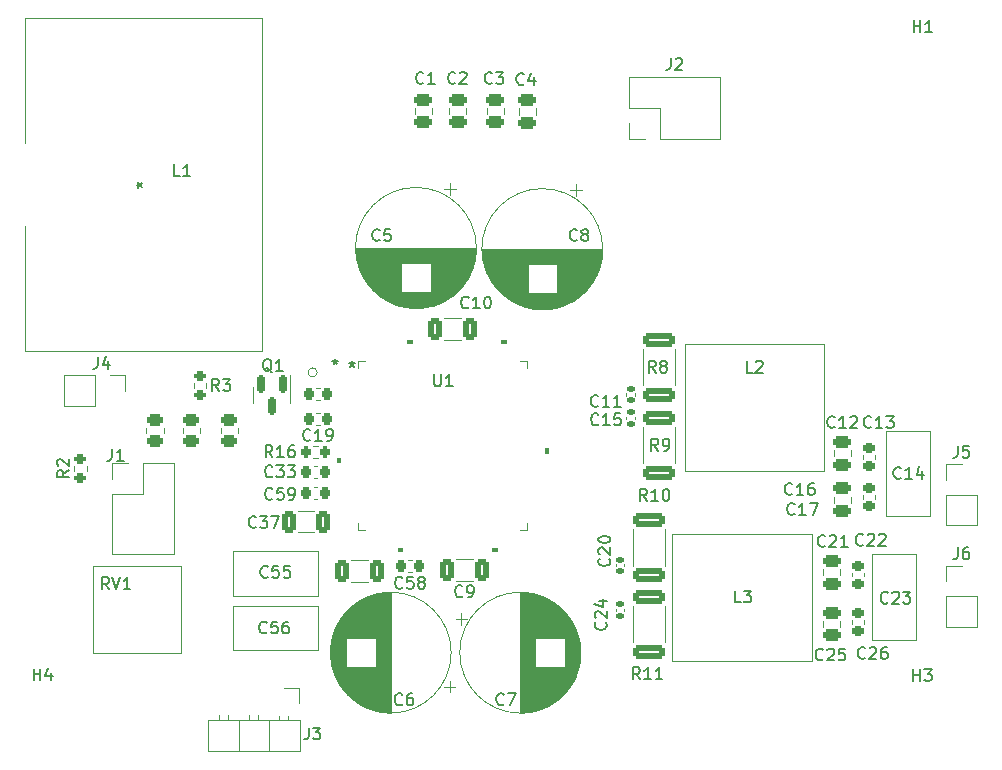
<source format=gto>
G04 #@! TF.GenerationSoftware,KiCad,Pcbnew,(6.0.1)*
G04 #@! TF.CreationDate,2022-04-24T16:27:43-07:00*
G04 #@! TF.ProjectId,AudioAmp,41756469-6f41-46d7-902e-6b696361645f,rev?*
G04 #@! TF.SameCoordinates,Original*
G04 #@! TF.FileFunction,Legend,Top*
G04 #@! TF.FilePolarity,Positive*
%FSLAX46Y46*%
G04 Gerber Fmt 4.6, Leading zero omitted, Abs format (unit mm)*
G04 Created by KiCad (PCBNEW (6.0.1)) date 2022-04-24 16:27:43*
%MOMM*%
%LPD*%
G01*
G04 APERTURE LIST*
G04 Aperture macros list*
%AMRoundRect*
0 Rectangle with rounded corners*
0 $1 Rounding radius*
0 $2 $3 $4 $5 $6 $7 $8 $9 X,Y pos of 4 corners*
0 Add a 4 corners polygon primitive as box body*
4,1,4,$2,$3,$4,$5,$6,$7,$8,$9,$2,$3,0*
0 Add four circle primitives for the rounded corners*
1,1,$1+$1,$2,$3*
1,1,$1+$1,$4,$5*
1,1,$1+$1,$6,$7*
1,1,$1+$1,$8,$9*
0 Add four rect primitives between the rounded corners*
20,1,$1+$1,$2,$3,$4,$5,0*
20,1,$1+$1,$4,$5,$6,$7,0*
20,1,$1+$1,$6,$7,$8,$9,0*
20,1,$1+$1,$8,$9,$2,$3,0*%
G04 Aperture macros list end*
%ADD10C,0.150000*%
%ADD11C,0.120000*%
%ADD12C,0.100000*%
%ADD13C,1.600000*%
%ADD14RoundRect,0.200000X-0.200000X-0.275000X0.200000X-0.275000X0.200000X0.275000X-0.200000X0.275000X0*%
%ADD15RoundRect,0.250000X0.475000X-0.250000X0.475000X0.250000X-0.475000X0.250000X-0.475000X-0.250000X0*%
%ADD16R,2.000000X2.000000*%
%ADD17C,2.000000*%
%ADD18C,1.800000*%
%ADD19R,1.700000X1.700000*%
%ADD20O,1.700000X1.700000*%
%ADD21RoundRect,0.150000X-0.150000X0.587500X-0.150000X-0.587500X0.150000X-0.587500X0.150000X0.587500X0*%
%ADD22RoundRect,0.225000X0.250000X-0.225000X0.250000X0.225000X-0.250000X0.225000X-0.250000X-0.225000X0*%
%ADD23RoundRect,0.250000X-1.075000X0.362500X-1.075000X-0.362500X1.075000X-0.362500X1.075000X0.362500X0*%
%ADD24RoundRect,0.250000X0.325000X0.650000X-0.325000X0.650000X-0.325000X-0.650000X0.325000X-0.650000X0*%
%ADD25RoundRect,0.200000X-0.275000X0.200000X-0.275000X-0.200000X0.275000X-0.200000X0.275000X0.200000X0*%
%ADD26C,0.508000*%
%ADD27R,1.404099X0.456400*%
%ADD28R,0.456400X1.404099*%
%ADD29RoundRect,0.250000X-0.325000X-0.650000X0.325000X-0.650000X0.325000X0.650000X-0.325000X0.650000X0*%
%ADD30RoundRect,0.140000X0.170000X-0.140000X0.170000X0.140000X-0.170000X0.140000X-0.170000X-0.140000X0*%
%ADD31RoundRect,0.250000X0.450000X-0.262500X0.450000X0.262500X-0.450000X0.262500X-0.450000X-0.262500X0*%
%ADD32RoundRect,0.225000X0.225000X0.250000X-0.225000X0.250000X-0.225000X-0.250000X0.225000X-0.250000X0*%
%ADD33C,2.500000*%
%ADD34C,1.498600*%
%ADD35RoundRect,0.200000X0.275000X-0.200000X0.275000X0.200000X-0.275000X0.200000X-0.275000X-0.200000X0*%
%ADD36R,5.588000X5.334000*%
%ADD37R,5.283200X6.350000*%
%ADD38RoundRect,0.225000X-0.225000X-0.250000X0.225000X-0.250000X0.225000X0.250000X-0.225000X0.250000X0*%
G04 APERTURE END LIST*
D10*
X174552142Y-106487142D02*
X174504523Y-106534761D01*
X174361666Y-106582380D01*
X174266428Y-106582380D01*
X174123571Y-106534761D01*
X174028333Y-106439523D01*
X173980714Y-106344285D01*
X173933095Y-106153809D01*
X173933095Y-106010952D01*
X173980714Y-105820476D01*
X174028333Y-105725238D01*
X174123571Y-105630000D01*
X174266428Y-105582380D01*
X174361666Y-105582380D01*
X174504523Y-105630000D01*
X174552142Y-105677619D01*
X175504523Y-106582380D02*
X174933095Y-106582380D01*
X175218809Y-106582380D02*
X175218809Y-105582380D01*
X175123571Y-105725238D01*
X175028333Y-105820476D01*
X174933095Y-105868095D01*
X176361666Y-105915714D02*
X176361666Y-106582380D01*
X176123571Y-105534761D02*
X175885476Y-106249047D01*
X176504523Y-106249047D01*
X121357142Y-104752380D02*
X121023809Y-104276190D01*
X120785714Y-104752380D02*
X120785714Y-103752380D01*
X121166666Y-103752380D01*
X121261904Y-103800000D01*
X121309523Y-103847619D01*
X121357142Y-103942857D01*
X121357142Y-104085714D01*
X121309523Y-104180952D01*
X121261904Y-104228571D01*
X121166666Y-104276190D01*
X120785714Y-104276190D01*
X122309523Y-104752380D02*
X121738095Y-104752380D01*
X122023809Y-104752380D02*
X122023809Y-103752380D01*
X121928571Y-103895238D01*
X121833333Y-103990476D01*
X121738095Y-104038095D01*
X123166666Y-103752380D02*
X122976190Y-103752380D01*
X122880952Y-103800000D01*
X122833333Y-103847619D01*
X122738095Y-103990476D01*
X122690476Y-104180952D01*
X122690476Y-104561904D01*
X122738095Y-104657142D01*
X122785714Y-104704761D01*
X122880952Y-104752380D01*
X123071428Y-104752380D01*
X123166666Y-104704761D01*
X123214285Y-104657142D01*
X123261904Y-104561904D01*
X123261904Y-104323809D01*
X123214285Y-104228571D01*
X123166666Y-104180952D01*
X123071428Y-104133333D01*
X122880952Y-104133333D01*
X122785714Y-104180952D01*
X122738095Y-104228571D01*
X122690476Y-104323809D01*
X120957142Y-114857142D02*
X120909523Y-114904761D01*
X120766666Y-114952380D01*
X120671428Y-114952380D01*
X120528571Y-114904761D01*
X120433333Y-114809523D01*
X120385714Y-114714285D01*
X120338095Y-114523809D01*
X120338095Y-114380952D01*
X120385714Y-114190476D01*
X120433333Y-114095238D01*
X120528571Y-114000000D01*
X120671428Y-113952380D01*
X120766666Y-113952380D01*
X120909523Y-114000000D01*
X120957142Y-114047619D01*
X121861904Y-113952380D02*
X121385714Y-113952380D01*
X121338095Y-114428571D01*
X121385714Y-114380952D01*
X121480952Y-114333333D01*
X121719047Y-114333333D01*
X121814285Y-114380952D01*
X121861904Y-114428571D01*
X121909523Y-114523809D01*
X121909523Y-114761904D01*
X121861904Y-114857142D01*
X121814285Y-114904761D01*
X121719047Y-114952380D01*
X121480952Y-114952380D01*
X121385714Y-114904761D01*
X121338095Y-114857142D01*
X122814285Y-113952380D02*
X122338095Y-113952380D01*
X122290476Y-114428571D01*
X122338095Y-114380952D01*
X122433333Y-114333333D01*
X122671428Y-114333333D01*
X122766666Y-114380952D01*
X122814285Y-114428571D01*
X122861904Y-114523809D01*
X122861904Y-114761904D01*
X122814285Y-114857142D01*
X122766666Y-114904761D01*
X122671428Y-114952380D01*
X122433333Y-114952380D01*
X122338095Y-114904761D01*
X122290476Y-114857142D01*
X167957142Y-121857142D02*
X167909523Y-121904761D01*
X167766666Y-121952380D01*
X167671428Y-121952380D01*
X167528571Y-121904761D01*
X167433333Y-121809523D01*
X167385714Y-121714285D01*
X167338095Y-121523809D01*
X167338095Y-121380952D01*
X167385714Y-121190476D01*
X167433333Y-121095238D01*
X167528571Y-121000000D01*
X167671428Y-120952380D01*
X167766666Y-120952380D01*
X167909523Y-121000000D01*
X167957142Y-121047619D01*
X168338095Y-121047619D02*
X168385714Y-121000000D01*
X168480952Y-120952380D01*
X168719047Y-120952380D01*
X168814285Y-121000000D01*
X168861904Y-121047619D01*
X168909523Y-121142857D01*
X168909523Y-121238095D01*
X168861904Y-121380952D01*
X168290476Y-121952380D01*
X168909523Y-121952380D01*
X169814285Y-120952380D02*
X169338095Y-120952380D01*
X169290476Y-121428571D01*
X169338095Y-121380952D01*
X169433333Y-121333333D01*
X169671428Y-121333333D01*
X169766666Y-121380952D01*
X169814285Y-121428571D01*
X169861904Y-121523809D01*
X169861904Y-121761904D01*
X169814285Y-121857142D01*
X169766666Y-121904761D01*
X169671428Y-121952380D01*
X169433333Y-121952380D01*
X169338095Y-121904761D01*
X169290476Y-121857142D01*
X140933333Y-125657142D02*
X140885714Y-125704761D01*
X140742857Y-125752380D01*
X140647619Y-125752380D01*
X140504761Y-125704761D01*
X140409523Y-125609523D01*
X140361904Y-125514285D01*
X140314285Y-125323809D01*
X140314285Y-125180952D01*
X140361904Y-124990476D01*
X140409523Y-124895238D01*
X140504761Y-124800000D01*
X140647619Y-124752380D01*
X140742857Y-124752380D01*
X140885714Y-124800000D01*
X140933333Y-124847619D01*
X141266666Y-124752380D02*
X141933333Y-124752380D01*
X141504761Y-125752380D01*
X162003333Y-97597380D02*
X161527142Y-97597380D01*
X161527142Y-96597380D01*
X162289047Y-96692619D02*
X162336666Y-96645000D01*
X162431904Y-96597380D01*
X162670000Y-96597380D01*
X162765238Y-96645000D01*
X162812857Y-96692619D01*
X162860476Y-96787857D01*
X162860476Y-96883095D01*
X162812857Y-97025952D01*
X162241428Y-97597380D01*
X162860476Y-97597380D01*
X179366666Y-103782380D02*
X179366666Y-104496666D01*
X179319047Y-104639523D01*
X179223809Y-104734761D01*
X179080952Y-104782380D01*
X178985714Y-104782380D01*
X180319047Y-103782380D02*
X179842857Y-103782380D01*
X179795238Y-104258571D01*
X179842857Y-104210952D01*
X179938095Y-104163333D01*
X180176190Y-104163333D01*
X180271428Y-104210952D01*
X180319047Y-104258571D01*
X180366666Y-104353809D01*
X180366666Y-104591904D01*
X180319047Y-104687142D01*
X180271428Y-104734761D01*
X180176190Y-104782380D01*
X179938095Y-104782380D01*
X179842857Y-104734761D01*
X179795238Y-104687142D01*
X147133333Y-86357142D02*
X147085714Y-86404761D01*
X146942857Y-86452380D01*
X146847619Y-86452380D01*
X146704761Y-86404761D01*
X146609523Y-86309523D01*
X146561904Y-86214285D01*
X146514285Y-86023809D01*
X146514285Y-85880952D01*
X146561904Y-85690476D01*
X146609523Y-85595238D01*
X146704761Y-85500000D01*
X146847619Y-85452380D01*
X146942857Y-85452380D01*
X147085714Y-85500000D01*
X147133333Y-85547619D01*
X147704761Y-85880952D02*
X147609523Y-85833333D01*
X147561904Y-85785714D01*
X147514285Y-85690476D01*
X147514285Y-85642857D01*
X147561904Y-85547619D01*
X147609523Y-85500000D01*
X147704761Y-85452380D01*
X147895238Y-85452380D01*
X147990476Y-85500000D01*
X148038095Y-85547619D01*
X148085714Y-85642857D01*
X148085714Y-85690476D01*
X148038095Y-85785714D01*
X147990476Y-85833333D01*
X147895238Y-85880952D01*
X147704761Y-85880952D01*
X147609523Y-85928571D01*
X147561904Y-85976190D01*
X147514285Y-86071428D01*
X147514285Y-86261904D01*
X147561904Y-86357142D01*
X147609523Y-86404761D01*
X147704761Y-86452380D01*
X147895238Y-86452380D01*
X147990476Y-86404761D01*
X148038095Y-86357142D01*
X148085714Y-86261904D01*
X148085714Y-86071428D01*
X148038095Y-85976190D01*
X147990476Y-85928571D01*
X147895238Y-85880952D01*
X121304761Y-97547619D02*
X121209523Y-97500000D01*
X121114285Y-97404761D01*
X120971428Y-97261904D01*
X120876190Y-97214285D01*
X120780952Y-97214285D01*
X120828571Y-97452380D02*
X120733333Y-97404761D01*
X120638095Y-97309523D01*
X120590476Y-97119047D01*
X120590476Y-96785714D01*
X120638095Y-96595238D01*
X120733333Y-96500000D01*
X120828571Y-96452380D01*
X121019047Y-96452380D01*
X121114285Y-96500000D01*
X121209523Y-96595238D01*
X121257142Y-96785714D01*
X121257142Y-97119047D01*
X121209523Y-97309523D01*
X121114285Y-97404761D01*
X121019047Y-97452380D01*
X120828571Y-97452380D01*
X122209523Y-97452380D02*
X121638095Y-97452380D01*
X121923809Y-97452380D02*
X121923809Y-96452380D01*
X121828571Y-96595238D01*
X121733333Y-96690476D01*
X121638095Y-96738095D01*
X155066666Y-70952380D02*
X155066666Y-71666666D01*
X155019047Y-71809523D01*
X154923809Y-71904761D01*
X154780952Y-71952380D01*
X154685714Y-71952380D01*
X155495238Y-71047619D02*
X155542857Y-71000000D01*
X155638095Y-70952380D01*
X155876190Y-70952380D01*
X155971428Y-71000000D01*
X156019047Y-71047619D01*
X156066666Y-71142857D01*
X156066666Y-71238095D01*
X156019047Y-71380952D01*
X155447619Y-71952380D01*
X156066666Y-71952380D01*
X171537142Y-121747142D02*
X171489523Y-121794761D01*
X171346666Y-121842380D01*
X171251428Y-121842380D01*
X171108571Y-121794761D01*
X171013333Y-121699523D01*
X170965714Y-121604285D01*
X170918095Y-121413809D01*
X170918095Y-121270952D01*
X170965714Y-121080476D01*
X171013333Y-120985238D01*
X171108571Y-120890000D01*
X171251428Y-120842380D01*
X171346666Y-120842380D01*
X171489523Y-120890000D01*
X171537142Y-120937619D01*
X171918095Y-120937619D02*
X171965714Y-120890000D01*
X172060952Y-120842380D01*
X172299047Y-120842380D01*
X172394285Y-120890000D01*
X172441904Y-120937619D01*
X172489523Y-121032857D01*
X172489523Y-121128095D01*
X172441904Y-121270952D01*
X171870476Y-121842380D01*
X172489523Y-121842380D01*
X173346666Y-120842380D02*
X173156190Y-120842380D01*
X173060952Y-120890000D01*
X173013333Y-120937619D01*
X172918095Y-121080476D01*
X172870476Y-121270952D01*
X172870476Y-121651904D01*
X172918095Y-121747142D01*
X172965714Y-121794761D01*
X173060952Y-121842380D01*
X173251428Y-121842380D01*
X173346666Y-121794761D01*
X173394285Y-121747142D01*
X173441904Y-121651904D01*
X173441904Y-121413809D01*
X173394285Y-121318571D01*
X173346666Y-121270952D01*
X173251428Y-121223333D01*
X173060952Y-121223333D01*
X172965714Y-121270952D01*
X172918095Y-121318571D01*
X172870476Y-121413809D01*
X168157142Y-112257142D02*
X168109523Y-112304761D01*
X167966666Y-112352380D01*
X167871428Y-112352380D01*
X167728571Y-112304761D01*
X167633333Y-112209523D01*
X167585714Y-112114285D01*
X167538095Y-111923809D01*
X167538095Y-111780952D01*
X167585714Y-111590476D01*
X167633333Y-111495238D01*
X167728571Y-111400000D01*
X167871428Y-111352380D01*
X167966666Y-111352380D01*
X168109523Y-111400000D01*
X168157142Y-111447619D01*
X168538095Y-111447619D02*
X168585714Y-111400000D01*
X168680952Y-111352380D01*
X168919047Y-111352380D01*
X169014285Y-111400000D01*
X169061904Y-111447619D01*
X169109523Y-111542857D01*
X169109523Y-111638095D01*
X169061904Y-111780952D01*
X168490476Y-112352380D01*
X169109523Y-112352380D01*
X170061904Y-112352380D02*
X169490476Y-112352380D01*
X169776190Y-112352380D02*
X169776190Y-111352380D01*
X169680952Y-111495238D01*
X169585714Y-111590476D01*
X169490476Y-111638095D01*
X153057142Y-108452380D02*
X152723809Y-107976190D01*
X152485714Y-108452380D02*
X152485714Y-107452380D01*
X152866666Y-107452380D01*
X152961904Y-107500000D01*
X153009523Y-107547619D01*
X153057142Y-107642857D01*
X153057142Y-107785714D01*
X153009523Y-107880952D01*
X152961904Y-107928571D01*
X152866666Y-107976190D01*
X152485714Y-107976190D01*
X154009523Y-108452380D02*
X153438095Y-108452380D01*
X153723809Y-108452380D02*
X153723809Y-107452380D01*
X153628571Y-107595238D01*
X153533333Y-107690476D01*
X153438095Y-107738095D01*
X154628571Y-107452380D02*
X154723809Y-107452380D01*
X154819047Y-107500000D01*
X154866666Y-107547619D01*
X154914285Y-107642857D01*
X154961904Y-107833333D01*
X154961904Y-108071428D01*
X154914285Y-108261904D01*
X154866666Y-108357142D01*
X154819047Y-108404761D01*
X154723809Y-108452380D01*
X154628571Y-108452380D01*
X154533333Y-108404761D01*
X154485714Y-108357142D01*
X154438095Y-108261904D01*
X154390476Y-108071428D01*
X154390476Y-107833333D01*
X154438095Y-107642857D01*
X154485714Y-107547619D01*
X154533333Y-107500000D01*
X154628571Y-107452380D01*
X179366666Y-112392380D02*
X179366666Y-113106666D01*
X179319047Y-113249523D01*
X179223809Y-113344761D01*
X179080952Y-113392380D01*
X178985714Y-113392380D01*
X180271428Y-112392380D02*
X180080952Y-112392380D01*
X179985714Y-112440000D01*
X179938095Y-112487619D01*
X179842857Y-112630476D01*
X179795238Y-112820952D01*
X179795238Y-113201904D01*
X179842857Y-113297142D01*
X179890476Y-113344761D01*
X179985714Y-113392380D01*
X180176190Y-113392380D01*
X180271428Y-113344761D01*
X180319047Y-113297142D01*
X180366666Y-113201904D01*
X180366666Y-112963809D01*
X180319047Y-112868571D01*
X180271428Y-112820952D01*
X180176190Y-112773333D01*
X179985714Y-112773333D01*
X179890476Y-112820952D01*
X179842857Y-112868571D01*
X179795238Y-112963809D01*
X137957142Y-92057142D02*
X137909523Y-92104761D01*
X137766666Y-92152380D01*
X137671428Y-92152380D01*
X137528571Y-92104761D01*
X137433333Y-92009523D01*
X137385714Y-91914285D01*
X137338095Y-91723809D01*
X137338095Y-91580952D01*
X137385714Y-91390476D01*
X137433333Y-91295238D01*
X137528571Y-91200000D01*
X137671428Y-91152380D01*
X137766666Y-91152380D01*
X137909523Y-91200000D01*
X137957142Y-91247619D01*
X138909523Y-92152380D02*
X138338095Y-92152380D01*
X138623809Y-92152380D02*
X138623809Y-91152380D01*
X138528571Y-91295238D01*
X138433333Y-91390476D01*
X138338095Y-91438095D01*
X139528571Y-91152380D02*
X139623809Y-91152380D01*
X139719047Y-91200000D01*
X139766666Y-91247619D01*
X139814285Y-91342857D01*
X139861904Y-91533333D01*
X139861904Y-91771428D01*
X139814285Y-91961904D01*
X139766666Y-92057142D01*
X139719047Y-92104761D01*
X139623809Y-92152380D01*
X139528571Y-92152380D01*
X139433333Y-92104761D01*
X139385714Y-92057142D01*
X139338095Y-91961904D01*
X139290476Y-91771428D01*
X139290476Y-91533333D01*
X139338095Y-91342857D01*
X139385714Y-91247619D01*
X139433333Y-91200000D01*
X139528571Y-91152380D01*
X116833333Y-99152380D02*
X116500000Y-98676190D01*
X116261904Y-99152380D02*
X116261904Y-98152380D01*
X116642857Y-98152380D01*
X116738095Y-98200000D01*
X116785714Y-98247619D01*
X116833333Y-98342857D01*
X116833333Y-98485714D01*
X116785714Y-98580952D01*
X116738095Y-98628571D01*
X116642857Y-98676190D01*
X116261904Y-98676190D01*
X117166666Y-98152380D02*
X117785714Y-98152380D01*
X117452380Y-98533333D01*
X117595238Y-98533333D01*
X117690476Y-98580952D01*
X117738095Y-98628571D01*
X117785714Y-98723809D01*
X117785714Y-98961904D01*
X117738095Y-99057142D01*
X117690476Y-99104761D01*
X117595238Y-99152380D01*
X117309523Y-99152380D01*
X117214285Y-99104761D01*
X117166666Y-99057142D01*
X135038095Y-97752380D02*
X135038095Y-98561904D01*
X135085714Y-98657142D01*
X135133333Y-98704761D01*
X135228571Y-98752380D01*
X135419047Y-98752380D01*
X135514285Y-98704761D01*
X135561904Y-98657142D01*
X135609523Y-98561904D01*
X135609523Y-97752380D01*
X136609523Y-98752380D02*
X136038095Y-98752380D01*
X136323809Y-98752380D02*
X136323809Y-97752380D01*
X136228571Y-97895238D01*
X136133333Y-97990476D01*
X136038095Y-98038095D01*
X126674800Y-96463481D02*
X126674800Y-96701577D01*
X126436704Y-96606339D02*
X126674800Y-96701577D01*
X126912895Y-96606339D01*
X126531942Y-96892053D02*
X126674800Y-96701577D01*
X126817657Y-96892053D01*
X128100000Y-96652380D02*
X128100000Y-96890476D01*
X127861904Y-96795238D02*
X128100000Y-96890476D01*
X128338095Y-96795238D01*
X127957142Y-97080952D02*
X128100000Y-96890476D01*
X128242857Y-97080952D01*
X119957142Y-110657142D02*
X119909523Y-110704761D01*
X119766666Y-110752380D01*
X119671428Y-110752380D01*
X119528571Y-110704761D01*
X119433333Y-110609523D01*
X119385714Y-110514285D01*
X119338095Y-110323809D01*
X119338095Y-110180952D01*
X119385714Y-109990476D01*
X119433333Y-109895238D01*
X119528571Y-109800000D01*
X119671428Y-109752380D01*
X119766666Y-109752380D01*
X119909523Y-109800000D01*
X119957142Y-109847619D01*
X120290476Y-109752380D02*
X120909523Y-109752380D01*
X120576190Y-110133333D01*
X120719047Y-110133333D01*
X120814285Y-110180952D01*
X120861904Y-110228571D01*
X120909523Y-110323809D01*
X120909523Y-110561904D01*
X120861904Y-110657142D01*
X120814285Y-110704761D01*
X120719047Y-110752380D01*
X120433333Y-110752380D01*
X120338095Y-110704761D01*
X120290476Y-110657142D01*
X121242857Y-109752380D02*
X121909523Y-109752380D01*
X121480952Y-110752380D01*
X149857142Y-113342857D02*
X149904761Y-113390476D01*
X149952380Y-113533333D01*
X149952380Y-113628571D01*
X149904761Y-113771428D01*
X149809523Y-113866666D01*
X149714285Y-113914285D01*
X149523809Y-113961904D01*
X149380952Y-113961904D01*
X149190476Y-113914285D01*
X149095238Y-113866666D01*
X149000000Y-113771428D01*
X148952380Y-113628571D01*
X148952380Y-113533333D01*
X149000000Y-113390476D01*
X149047619Y-113342857D01*
X149047619Y-112961904D02*
X149000000Y-112914285D01*
X148952380Y-112819047D01*
X148952380Y-112580952D01*
X149000000Y-112485714D01*
X149047619Y-112438095D01*
X149142857Y-112390476D01*
X149238095Y-112390476D01*
X149380952Y-112438095D01*
X149952380Y-113009523D01*
X149952380Y-112390476D01*
X148952380Y-111771428D02*
X148952380Y-111676190D01*
X149000000Y-111580952D01*
X149047619Y-111533333D01*
X149142857Y-111485714D01*
X149333333Y-111438095D01*
X149571428Y-111438095D01*
X149761904Y-111485714D01*
X149857142Y-111533333D01*
X149904761Y-111580952D01*
X149952380Y-111676190D01*
X149952380Y-111771428D01*
X149904761Y-111866666D01*
X149857142Y-111914285D01*
X149761904Y-111961904D01*
X149571428Y-112009523D01*
X149333333Y-112009523D01*
X149142857Y-111961904D01*
X149047619Y-111914285D01*
X149000000Y-111866666D01*
X148952380Y-111771428D01*
X132357142Y-115787142D02*
X132309523Y-115834761D01*
X132166666Y-115882380D01*
X132071428Y-115882380D01*
X131928571Y-115834761D01*
X131833333Y-115739523D01*
X131785714Y-115644285D01*
X131738095Y-115453809D01*
X131738095Y-115310952D01*
X131785714Y-115120476D01*
X131833333Y-115025238D01*
X131928571Y-114930000D01*
X132071428Y-114882380D01*
X132166666Y-114882380D01*
X132309523Y-114930000D01*
X132357142Y-114977619D01*
X133261904Y-114882380D02*
X132785714Y-114882380D01*
X132738095Y-115358571D01*
X132785714Y-115310952D01*
X132880952Y-115263333D01*
X133119047Y-115263333D01*
X133214285Y-115310952D01*
X133261904Y-115358571D01*
X133309523Y-115453809D01*
X133309523Y-115691904D01*
X133261904Y-115787142D01*
X133214285Y-115834761D01*
X133119047Y-115882380D01*
X132880952Y-115882380D01*
X132785714Y-115834761D01*
X132738095Y-115787142D01*
X133880952Y-115310952D02*
X133785714Y-115263333D01*
X133738095Y-115215714D01*
X133690476Y-115120476D01*
X133690476Y-115072857D01*
X133738095Y-114977619D01*
X133785714Y-114930000D01*
X133880952Y-114882380D01*
X134071428Y-114882380D01*
X134166666Y-114930000D01*
X134214285Y-114977619D01*
X134261904Y-115072857D01*
X134261904Y-115120476D01*
X134214285Y-115215714D01*
X134166666Y-115263333D01*
X134071428Y-115310952D01*
X133880952Y-115310952D01*
X133785714Y-115358571D01*
X133738095Y-115406190D01*
X133690476Y-115501428D01*
X133690476Y-115691904D01*
X133738095Y-115787142D01*
X133785714Y-115834761D01*
X133880952Y-115882380D01*
X134071428Y-115882380D01*
X134166666Y-115834761D01*
X134214285Y-115787142D01*
X134261904Y-115691904D01*
X134261904Y-115501428D01*
X134214285Y-115406190D01*
X134166666Y-115358571D01*
X134071428Y-115310952D01*
X124406666Y-127642380D02*
X124406666Y-128356666D01*
X124359047Y-128499523D01*
X124263809Y-128594761D01*
X124120952Y-128642380D01*
X124025714Y-128642380D01*
X124787619Y-127642380D02*
X125406666Y-127642380D01*
X125073333Y-128023333D01*
X125216190Y-128023333D01*
X125311428Y-128070952D01*
X125359047Y-128118571D01*
X125406666Y-128213809D01*
X125406666Y-128451904D01*
X125359047Y-128547142D01*
X125311428Y-128594761D01*
X125216190Y-128642380D01*
X124930476Y-128642380D01*
X124835238Y-128594761D01*
X124787619Y-128547142D01*
X106566666Y-96252380D02*
X106566666Y-96966666D01*
X106519047Y-97109523D01*
X106423809Y-97204761D01*
X106280952Y-97252380D01*
X106185714Y-97252380D01*
X107471428Y-96585714D02*
X107471428Y-97252380D01*
X107233333Y-96204761D02*
X106995238Y-96919047D01*
X107614285Y-96919047D01*
X173457142Y-117057142D02*
X173409523Y-117104761D01*
X173266666Y-117152380D01*
X173171428Y-117152380D01*
X173028571Y-117104761D01*
X172933333Y-117009523D01*
X172885714Y-116914285D01*
X172838095Y-116723809D01*
X172838095Y-116580952D01*
X172885714Y-116390476D01*
X172933333Y-116295238D01*
X173028571Y-116200000D01*
X173171428Y-116152380D01*
X173266666Y-116152380D01*
X173409523Y-116200000D01*
X173457142Y-116247619D01*
X173838095Y-116247619D02*
X173885714Y-116200000D01*
X173980952Y-116152380D01*
X174219047Y-116152380D01*
X174314285Y-116200000D01*
X174361904Y-116247619D01*
X174409523Y-116342857D01*
X174409523Y-116438095D01*
X174361904Y-116580952D01*
X173790476Y-117152380D01*
X174409523Y-117152380D01*
X174742857Y-116152380D02*
X175361904Y-116152380D01*
X175028571Y-116533333D01*
X175171428Y-116533333D01*
X175266666Y-116580952D01*
X175314285Y-116628571D01*
X175361904Y-116723809D01*
X175361904Y-116961904D01*
X175314285Y-117057142D01*
X175266666Y-117104761D01*
X175171428Y-117152380D01*
X174885714Y-117152380D01*
X174790476Y-117104761D01*
X174742857Y-117057142D01*
X175588095Y-123702380D02*
X175588095Y-122702380D01*
X175588095Y-123178571D02*
X176159523Y-123178571D01*
X176159523Y-123702380D02*
X176159523Y-122702380D01*
X176540476Y-122702380D02*
X177159523Y-122702380D01*
X176826190Y-123083333D01*
X176969047Y-123083333D01*
X177064285Y-123130952D01*
X177111904Y-123178571D01*
X177159523Y-123273809D01*
X177159523Y-123511904D01*
X177111904Y-123607142D01*
X177064285Y-123654761D01*
X176969047Y-123702380D01*
X176683333Y-123702380D01*
X176588095Y-123654761D01*
X176540476Y-123607142D01*
X154003333Y-104197380D02*
X153670000Y-103721190D01*
X153431904Y-104197380D02*
X153431904Y-103197380D01*
X153812857Y-103197380D01*
X153908095Y-103245000D01*
X153955714Y-103292619D01*
X154003333Y-103387857D01*
X154003333Y-103530714D01*
X153955714Y-103625952D01*
X153908095Y-103673571D01*
X153812857Y-103721190D01*
X153431904Y-103721190D01*
X154479523Y-104197380D02*
X154670000Y-104197380D01*
X154765238Y-104149761D01*
X154812857Y-104102142D01*
X154908095Y-103959285D01*
X154955714Y-103768809D01*
X154955714Y-103387857D01*
X154908095Y-103292619D01*
X154860476Y-103245000D01*
X154765238Y-103197380D01*
X154574761Y-103197380D01*
X154479523Y-103245000D01*
X154431904Y-103292619D01*
X154384285Y-103387857D01*
X154384285Y-103625952D01*
X154431904Y-103721190D01*
X154479523Y-103768809D01*
X154574761Y-103816428D01*
X154765238Y-103816428D01*
X154860476Y-103768809D01*
X154908095Y-103721190D01*
X154955714Y-103625952D01*
X172052142Y-102187142D02*
X172004523Y-102234761D01*
X171861666Y-102282380D01*
X171766428Y-102282380D01*
X171623571Y-102234761D01*
X171528333Y-102139523D01*
X171480714Y-102044285D01*
X171433095Y-101853809D01*
X171433095Y-101710952D01*
X171480714Y-101520476D01*
X171528333Y-101425238D01*
X171623571Y-101330000D01*
X171766428Y-101282380D01*
X171861666Y-101282380D01*
X172004523Y-101330000D01*
X172052142Y-101377619D01*
X173004523Y-102282380D02*
X172433095Y-102282380D01*
X172718809Y-102282380D02*
X172718809Y-101282380D01*
X172623571Y-101425238D01*
X172528333Y-101520476D01*
X172433095Y-101568095D01*
X173337857Y-101282380D02*
X173956904Y-101282380D01*
X173623571Y-101663333D01*
X173766428Y-101663333D01*
X173861666Y-101710952D01*
X173909285Y-101758571D01*
X173956904Y-101853809D01*
X173956904Y-102091904D01*
X173909285Y-102187142D01*
X173861666Y-102234761D01*
X173766428Y-102282380D01*
X173480714Y-102282380D01*
X173385476Y-102234761D01*
X173337857Y-102187142D01*
X137433333Y-116507142D02*
X137385714Y-116554761D01*
X137242857Y-116602380D01*
X137147619Y-116602380D01*
X137004761Y-116554761D01*
X136909523Y-116459523D01*
X136861904Y-116364285D01*
X136814285Y-116173809D01*
X136814285Y-116030952D01*
X136861904Y-115840476D01*
X136909523Y-115745238D01*
X137004761Y-115650000D01*
X137147619Y-115602380D01*
X137242857Y-115602380D01*
X137385714Y-115650000D01*
X137433333Y-115697619D01*
X137909523Y-116602380D02*
X138100000Y-116602380D01*
X138195238Y-116554761D01*
X138242857Y-116507142D01*
X138338095Y-116364285D01*
X138385714Y-116173809D01*
X138385714Y-115792857D01*
X138338095Y-115697619D01*
X138290476Y-115650000D01*
X138195238Y-115602380D01*
X138004761Y-115602380D01*
X137909523Y-115650000D01*
X137861904Y-115697619D01*
X137814285Y-115792857D01*
X137814285Y-116030952D01*
X137861904Y-116126190D01*
X137909523Y-116173809D01*
X138004761Y-116221428D01*
X138195238Y-116221428D01*
X138290476Y-116173809D01*
X138338095Y-116126190D01*
X138385714Y-116030952D01*
X165557142Y-109557142D02*
X165509523Y-109604761D01*
X165366666Y-109652380D01*
X165271428Y-109652380D01*
X165128571Y-109604761D01*
X165033333Y-109509523D01*
X164985714Y-109414285D01*
X164938095Y-109223809D01*
X164938095Y-109080952D01*
X164985714Y-108890476D01*
X165033333Y-108795238D01*
X165128571Y-108700000D01*
X165271428Y-108652380D01*
X165366666Y-108652380D01*
X165509523Y-108700000D01*
X165557142Y-108747619D01*
X166509523Y-109652380D02*
X165938095Y-109652380D01*
X166223809Y-109652380D02*
X166223809Y-108652380D01*
X166128571Y-108795238D01*
X166033333Y-108890476D01*
X165938095Y-108938095D01*
X166842857Y-108652380D02*
X167509523Y-108652380D01*
X167080952Y-109652380D01*
X134133333Y-73057142D02*
X134085714Y-73104761D01*
X133942857Y-73152380D01*
X133847619Y-73152380D01*
X133704761Y-73104761D01*
X133609523Y-73009523D01*
X133561904Y-72914285D01*
X133514285Y-72723809D01*
X133514285Y-72580952D01*
X133561904Y-72390476D01*
X133609523Y-72295238D01*
X133704761Y-72200000D01*
X133847619Y-72152380D01*
X133942857Y-72152380D01*
X134085714Y-72200000D01*
X134133333Y-72247619D01*
X135085714Y-73152380D02*
X134514285Y-73152380D01*
X134800000Y-73152380D02*
X134800000Y-72152380D01*
X134704761Y-72295238D01*
X134609523Y-72390476D01*
X134514285Y-72438095D01*
X165357142Y-107857142D02*
X165309523Y-107904761D01*
X165166666Y-107952380D01*
X165071428Y-107952380D01*
X164928571Y-107904761D01*
X164833333Y-107809523D01*
X164785714Y-107714285D01*
X164738095Y-107523809D01*
X164738095Y-107380952D01*
X164785714Y-107190476D01*
X164833333Y-107095238D01*
X164928571Y-107000000D01*
X165071428Y-106952380D01*
X165166666Y-106952380D01*
X165309523Y-107000000D01*
X165357142Y-107047619D01*
X166309523Y-107952380D02*
X165738095Y-107952380D01*
X166023809Y-107952380D02*
X166023809Y-106952380D01*
X165928571Y-107095238D01*
X165833333Y-107190476D01*
X165738095Y-107238095D01*
X167166666Y-106952380D02*
X166976190Y-106952380D01*
X166880952Y-107000000D01*
X166833333Y-107047619D01*
X166738095Y-107190476D01*
X166690476Y-107380952D01*
X166690476Y-107761904D01*
X166738095Y-107857142D01*
X166785714Y-107904761D01*
X166880952Y-107952380D01*
X167071428Y-107952380D01*
X167166666Y-107904761D01*
X167214285Y-107857142D01*
X167261904Y-107761904D01*
X167261904Y-107523809D01*
X167214285Y-107428571D01*
X167166666Y-107380952D01*
X167071428Y-107333333D01*
X166880952Y-107333333D01*
X166785714Y-107380952D01*
X166738095Y-107428571D01*
X166690476Y-107523809D01*
X171357142Y-112157142D02*
X171309523Y-112204761D01*
X171166666Y-112252380D01*
X171071428Y-112252380D01*
X170928571Y-112204761D01*
X170833333Y-112109523D01*
X170785714Y-112014285D01*
X170738095Y-111823809D01*
X170738095Y-111680952D01*
X170785714Y-111490476D01*
X170833333Y-111395238D01*
X170928571Y-111300000D01*
X171071428Y-111252380D01*
X171166666Y-111252380D01*
X171309523Y-111300000D01*
X171357142Y-111347619D01*
X171738095Y-111347619D02*
X171785714Y-111300000D01*
X171880952Y-111252380D01*
X172119047Y-111252380D01*
X172214285Y-111300000D01*
X172261904Y-111347619D01*
X172309523Y-111442857D01*
X172309523Y-111538095D01*
X172261904Y-111680952D01*
X171690476Y-112252380D01*
X172309523Y-112252380D01*
X172690476Y-111347619D02*
X172738095Y-111300000D01*
X172833333Y-111252380D01*
X173071428Y-111252380D01*
X173166666Y-111300000D01*
X173214285Y-111347619D01*
X173261904Y-111442857D01*
X173261904Y-111538095D01*
X173214285Y-111680952D01*
X172642857Y-112252380D01*
X173261904Y-112252380D01*
X132333333Y-125657142D02*
X132285714Y-125704761D01*
X132142857Y-125752380D01*
X132047619Y-125752380D01*
X131904761Y-125704761D01*
X131809523Y-125609523D01*
X131761904Y-125514285D01*
X131714285Y-125323809D01*
X131714285Y-125180952D01*
X131761904Y-124990476D01*
X131809523Y-124895238D01*
X131904761Y-124800000D01*
X132047619Y-124752380D01*
X132142857Y-124752380D01*
X132285714Y-124800000D01*
X132333333Y-124847619D01*
X133190476Y-124752380D02*
X133000000Y-124752380D01*
X132904761Y-124800000D01*
X132857142Y-124847619D01*
X132761904Y-124990476D01*
X132714285Y-125180952D01*
X132714285Y-125561904D01*
X132761904Y-125657142D01*
X132809523Y-125704761D01*
X132904761Y-125752380D01*
X133095238Y-125752380D01*
X133190476Y-125704761D01*
X133238095Y-125657142D01*
X133285714Y-125561904D01*
X133285714Y-125323809D01*
X133238095Y-125228571D01*
X133190476Y-125180952D01*
X133095238Y-125133333D01*
X132904761Y-125133333D01*
X132809523Y-125180952D01*
X132761904Y-125228571D01*
X132714285Y-125323809D01*
X107524761Y-115932380D02*
X107191428Y-115456190D01*
X106953333Y-115932380D02*
X106953333Y-114932380D01*
X107334285Y-114932380D01*
X107429523Y-114980000D01*
X107477142Y-115027619D01*
X107524761Y-115122857D01*
X107524761Y-115265714D01*
X107477142Y-115360952D01*
X107429523Y-115408571D01*
X107334285Y-115456190D01*
X106953333Y-115456190D01*
X107810476Y-114932380D02*
X108143809Y-115932380D01*
X108477142Y-114932380D01*
X109334285Y-115932380D02*
X108762857Y-115932380D01*
X109048571Y-115932380D02*
X109048571Y-114932380D01*
X108953333Y-115075238D01*
X108858095Y-115170476D01*
X108762857Y-115218095D01*
X130433333Y-86357142D02*
X130385714Y-86404761D01*
X130242857Y-86452380D01*
X130147619Y-86452380D01*
X130004761Y-86404761D01*
X129909523Y-86309523D01*
X129861904Y-86214285D01*
X129814285Y-86023809D01*
X129814285Y-85880952D01*
X129861904Y-85690476D01*
X129909523Y-85595238D01*
X130004761Y-85500000D01*
X130147619Y-85452380D01*
X130242857Y-85452380D01*
X130385714Y-85500000D01*
X130433333Y-85547619D01*
X131338095Y-85452380D02*
X130861904Y-85452380D01*
X130814285Y-85928571D01*
X130861904Y-85880952D01*
X130957142Y-85833333D01*
X131195238Y-85833333D01*
X131290476Y-85880952D01*
X131338095Y-85928571D01*
X131385714Y-86023809D01*
X131385714Y-86261904D01*
X131338095Y-86357142D01*
X131290476Y-86404761D01*
X131195238Y-86452380D01*
X130957142Y-86452380D01*
X130861904Y-86404761D01*
X130814285Y-86357142D01*
X120857142Y-119577142D02*
X120809523Y-119624761D01*
X120666666Y-119672380D01*
X120571428Y-119672380D01*
X120428571Y-119624761D01*
X120333333Y-119529523D01*
X120285714Y-119434285D01*
X120238095Y-119243809D01*
X120238095Y-119100952D01*
X120285714Y-118910476D01*
X120333333Y-118815238D01*
X120428571Y-118720000D01*
X120571428Y-118672380D01*
X120666666Y-118672380D01*
X120809523Y-118720000D01*
X120857142Y-118767619D01*
X121761904Y-118672380D02*
X121285714Y-118672380D01*
X121238095Y-119148571D01*
X121285714Y-119100952D01*
X121380952Y-119053333D01*
X121619047Y-119053333D01*
X121714285Y-119100952D01*
X121761904Y-119148571D01*
X121809523Y-119243809D01*
X121809523Y-119481904D01*
X121761904Y-119577142D01*
X121714285Y-119624761D01*
X121619047Y-119672380D01*
X121380952Y-119672380D01*
X121285714Y-119624761D01*
X121238095Y-119577142D01*
X122666666Y-118672380D02*
X122476190Y-118672380D01*
X122380952Y-118720000D01*
X122333333Y-118767619D01*
X122238095Y-118910476D01*
X122190476Y-119100952D01*
X122190476Y-119481904D01*
X122238095Y-119577142D01*
X122285714Y-119624761D01*
X122380952Y-119672380D01*
X122571428Y-119672380D01*
X122666666Y-119624761D01*
X122714285Y-119577142D01*
X122761904Y-119481904D01*
X122761904Y-119243809D01*
X122714285Y-119148571D01*
X122666666Y-119100952D01*
X122571428Y-119053333D01*
X122380952Y-119053333D01*
X122285714Y-119100952D01*
X122238095Y-119148571D01*
X122190476Y-119243809D01*
X148957142Y-101957142D02*
X148909523Y-102004761D01*
X148766666Y-102052380D01*
X148671428Y-102052380D01*
X148528571Y-102004761D01*
X148433333Y-101909523D01*
X148385714Y-101814285D01*
X148338095Y-101623809D01*
X148338095Y-101480952D01*
X148385714Y-101290476D01*
X148433333Y-101195238D01*
X148528571Y-101100000D01*
X148671428Y-101052380D01*
X148766666Y-101052380D01*
X148909523Y-101100000D01*
X148957142Y-101147619D01*
X149909523Y-102052380D02*
X149338095Y-102052380D01*
X149623809Y-102052380D02*
X149623809Y-101052380D01*
X149528571Y-101195238D01*
X149433333Y-101290476D01*
X149338095Y-101338095D01*
X150814285Y-101052380D02*
X150338095Y-101052380D01*
X150290476Y-101528571D01*
X150338095Y-101480952D01*
X150433333Y-101433333D01*
X150671428Y-101433333D01*
X150766666Y-101480952D01*
X150814285Y-101528571D01*
X150861904Y-101623809D01*
X150861904Y-101861904D01*
X150814285Y-101957142D01*
X150766666Y-102004761D01*
X150671428Y-102052380D01*
X150433333Y-102052380D01*
X150338095Y-102004761D01*
X150290476Y-101957142D01*
X121357142Y-108257142D02*
X121309523Y-108304761D01*
X121166666Y-108352380D01*
X121071428Y-108352380D01*
X120928571Y-108304761D01*
X120833333Y-108209523D01*
X120785714Y-108114285D01*
X120738095Y-107923809D01*
X120738095Y-107780952D01*
X120785714Y-107590476D01*
X120833333Y-107495238D01*
X120928571Y-107400000D01*
X121071428Y-107352380D01*
X121166666Y-107352380D01*
X121309523Y-107400000D01*
X121357142Y-107447619D01*
X122261904Y-107352380D02*
X121785714Y-107352380D01*
X121738095Y-107828571D01*
X121785714Y-107780952D01*
X121880952Y-107733333D01*
X122119047Y-107733333D01*
X122214285Y-107780952D01*
X122261904Y-107828571D01*
X122309523Y-107923809D01*
X122309523Y-108161904D01*
X122261904Y-108257142D01*
X122214285Y-108304761D01*
X122119047Y-108352380D01*
X121880952Y-108352380D01*
X121785714Y-108304761D01*
X121738095Y-108257142D01*
X122785714Y-108352380D02*
X122976190Y-108352380D01*
X123071428Y-108304761D01*
X123119047Y-108257142D01*
X123214285Y-108114285D01*
X123261904Y-107923809D01*
X123261904Y-107542857D01*
X123214285Y-107447619D01*
X123166666Y-107400000D01*
X123071428Y-107352380D01*
X122880952Y-107352380D01*
X122785714Y-107400000D01*
X122738095Y-107447619D01*
X122690476Y-107542857D01*
X122690476Y-107780952D01*
X122738095Y-107876190D01*
X122785714Y-107923809D01*
X122880952Y-107971428D01*
X123071428Y-107971428D01*
X123166666Y-107923809D01*
X123214285Y-107876190D01*
X123261904Y-107780952D01*
X124557142Y-103287142D02*
X124509523Y-103334761D01*
X124366666Y-103382380D01*
X124271428Y-103382380D01*
X124128571Y-103334761D01*
X124033333Y-103239523D01*
X123985714Y-103144285D01*
X123938095Y-102953809D01*
X123938095Y-102810952D01*
X123985714Y-102620476D01*
X124033333Y-102525238D01*
X124128571Y-102430000D01*
X124271428Y-102382380D01*
X124366666Y-102382380D01*
X124509523Y-102430000D01*
X124557142Y-102477619D01*
X125509523Y-103382380D02*
X124938095Y-103382380D01*
X125223809Y-103382380D02*
X125223809Y-102382380D01*
X125128571Y-102525238D01*
X125033333Y-102620476D01*
X124938095Y-102668095D01*
X125985714Y-103382380D02*
X126176190Y-103382380D01*
X126271428Y-103334761D01*
X126319047Y-103287142D01*
X126414285Y-103144285D01*
X126461904Y-102953809D01*
X126461904Y-102572857D01*
X126414285Y-102477619D01*
X126366666Y-102430000D01*
X126271428Y-102382380D01*
X126080952Y-102382380D01*
X125985714Y-102430000D01*
X125938095Y-102477619D01*
X125890476Y-102572857D01*
X125890476Y-102810952D01*
X125938095Y-102906190D01*
X125985714Y-102953809D01*
X126080952Y-103001428D01*
X126271428Y-103001428D01*
X126366666Y-102953809D01*
X126414285Y-102906190D01*
X126461904Y-102810952D01*
X149557142Y-118742857D02*
X149604761Y-118790476D01*
X149652380Y-118933333D01*
X149652380Y-119028571D01*
X149604761Y-119171428D01*
X149509523Y-119266666D01*
X149414285Y-119314285D01*
X149223809Y-119361904D01*
X149080952Y-119361904D01*
X148890476Y-119314285D01*
X148795238Y-119266666D01*
X148700000Y-119171428D01*
X148652380Y-119028571D01*
X148652380Y-118933333D01*
X148700000Y-118790476D01*
X148747619Y-118742857D01*
X148747619Y-118361904D02*
X148700000Y-118314285D01*
X148652380Y-118219047D01*
X148652380Y-117980952D01*
X148700000Y-117885714D01*
X148747619Y-117838095D01*
X148842857Y-117790476D01*
X148938095Y-117790476D01*
X149080952Y-117838095D01*
X149652380Y-118409523D01*
X149652380Y-117790476D01*
X148985714Y-116933333D02*
X149652380Y-116933333D01*
X148604761Y-117171428D02*
X149319047Y-117409523D01*
X149319047Y-116790476D01*
X136833333Y-73057142D02*
X136785714Y-73104761D01*
X136642857Y-73152380D01*
X136547619Y-73152380D01*
X136404761Y-73104761D01*
X136309523Y-73009523D01*
X136261904Y-72914285D01*
X136214285Y-72723809D01*
X136214285Y-72580952D01*
X136261904Y-72390476D01*
X136309523Y-72295238D01*
X136404761Y-72200000D01*
X136547619Y-72152380D01*
X136642857Y-72152380D01*
X136785714Y-72200000D01*
X136833333Y-72247619D01*
X137214285Y-72247619D02*
X137261904Y-72200000D01*
X137357142Y-72152380D01*
X137595238Y-72152380D01*
X137690476Y-72200000D01*
X137738095Y-72247619D01*
X137785714Y-72342857D01*
X137785714Y-72438095D01*
X137738095Y-72580952D01*
X137166666Y-73152380D01*
X137785714Y-73152380D01*
X168952142Y-102187142D02*
X168904523Y-102234761D01*
X168761666Y-102282380D01*
X168666428Y-102282380D01*
X168523571Y-102234761D01*
X168428333Y-102139523D01*
X168380714Y-102044285D01*
X168333095Y-101853809D01*
X168333095Y-101710952D01*
X168380714Y-101520476D01*
X168428333Y-101425238D01*
X168523571Y-101330000D01*
X168666428Y-101282380D01*
X168761666Y-101282380D01*
X168904523Y-101330000D01*
X168952142Y-101377619D01*
X169904523Y-102282380D02*
X169333095Y-102282380D01*
X169618809Y-102282380D02*
X169618809Y-101282380D01*
X169523571Y-101425238D01*
X169428333Y-101520476D01*
X169333095Y-101568095D01*
X170285476Y-101377619D02*
X170333095Y-101330000D01*
X170428333Y-101282380D01*
X170666428Y-101282380D01*
X170761666Y-101330000D01*
X170809285Y-101377619D01*
X170856904Y-101472857D01*
X170856904Y-101568095D01*
X170809285Y-101710952D01*
X170237857Y-102282380D01*
X170856904Y-102282380D01*
X153803333Y-97597380D02*
X153470000Y-97121190D01*
X153231904Y-97597380D02*
X153231904Y-96597380D01*
X153612857Y-96597380D01*
X153708095Y-96645000D01*
X153755714Y-96692619D01*
X153803333Y-96787857D01*
X153803333Y-96930714D01*
X153755714Y-97025952D01*
X153708095Y-97073571D01*
X153612857Y-97121190D01*
X153231904Y-97121190D01*
X154374761Y-97025952D02*
X154279523Y-96978333D01*
X154231904Y-96930714D01*
X154184285Y-96835476D01*
X154184285Y-96787857D01*
X154231904Y-96692619D01*
X154279523Y-96645000D01*
X154374761Y-96597380D01*
X154565238Y-96597380D01*
X154660476Y-96645000D01*
X154708095Y-96692619D01*
X154755714Y-96787857D01*
X154755714Y-96835476D01*
X154708095Y-96930714D01*
X154660476Y-96978333D01*
X154565238Y-97025952D01*
X154374761Y-97025952D01*
X154279523Y-97073571D01*
X154231904Y-97121190D01*
X154184285Y-97216428D01*
X154184285Y-97406904D01*
X154231904Y-97502142D01*
X154279523Y-97549761D01*
X154374761Y-97597380D01*
X154565238Y-97597380D01*
X154660476Y-97549761D01*
X154708095Y-97502142D01*
X154755714Y-97406904D01*
X154755714Y-97216428D01*
X154708095Y-97121190D01*
X154660476Y-97073571D01*
X154565238Y-97025952D01*
X104122380Y-105866666D02*
X103646190Y-106200000D01*
X104122380Y-106438095D02*
X103122380Y-106438095D01*
X103122380Y-106057142D01*
X103170000Y-105961904D01*
X103217619Y-105914285D01*
X103312857Y-105866666D01*
X103455714Y-105866666D01*
X103550952Y-105914285D01*
X103598571Y-105961904D01*
X103646190Y-106057142D01*
X103646190Y-106438095D01*
X103217619Y-105485714D02*
X103170000Y-105438095D01*
X103122380Y-105342857D01*
X103122380Y-105104761D01*
X103170000Y-105009523D01*
X103217619Y-104961904D01*
X103312857Y-104914285D01*
X103408095Y-104914285D01*
X103550952Y-104961904D01*
X104122380Y-105533333D01*
X104122380Y-104914285D01*
X175638095Y-68752380D02*
X175638095Y-67752380D01*
X175638095Y-68228571D02*
X176209523Y-68228571D01*
X176209523Y-68752380D02*
X176209523Y-67752380D01*
X177209523Y-68752380D02*
X176638095Y-68752380D01*
X176923809Y-68752380D02*
X176923809Y-67752380D01*
X176828571Y-67895238D01*
X176733333Y-67990476D01*
X176638095Y-68038095D01*
X107766666Y-104052380D02*
X107766666Y-104766666D01*
X107719047Y-104909523D01*
X107623809Y-105004761D01*
X107480952Y-105052380D01*
X107385714Y-105052380D01*
X108766666Y-105052380D02*
X108195238Y-105052380D01*
X108480952Y-105052380D02*
X108480952Y-104052380D01*
X108385714Y-104195238D01*
X108290476Y-104290476D01*
X108195238Y-104338095D01*
X113533333Y-80952380D02*
X113057142Y-80952380D01*
X113057142Y-79952380D01*
X114390476Y-80952380D02*
X113819047Y-80952380D01*
X114104761Y-80952380D02*
X114104761Y-79952380D01*
X114009523Y-80095238D01*
X113914285Y-80190476D01*
X113819047Y-80238095D01*
X109852380Y-81700000D02*
X110090476Y-81700000D01*
X109995238Y-81938095D02*
X110090476Y-81700000D01*
X109995238Y-81461904D01*
X110280952Y-81842857D02*
X110090476Y-81700000D01*
X110280952Y-81557142D01*
X152457142Y-123552380D02*
X152123809Y-123076190D01*
X151885714Y-123552380D02*
X151885714Y-122552380D01*
X152266666Y-122552380D01*
X152361904Y-122600000D01*
X152409523Y-122647619D01*
X152457142Y-122742857D01*
X152457142Y-122885714D01*
X152409523Y-122980952D01*
X152361904Y-123028571D01*
X152266666Y-123076190D01*
X151885714Y-123076190D01*
X153409523Y-123552380D02*
X152838095Y-123552380D01*
X153123809Y-123552380D02*
X153123809Y-122552380D01*
X153028571Y-122695238D01*
X152933333Y-122790476D01*
X152838095Y-122838095D01*
X154361904Y-123552380D02*
X153790476Y-123552380D01*
X154076190Y-123552380D02*
X154076190Y-122552380D01*
X153980952Y-122695238D01*
X153885714Y-122790476D01*
X153790476Y-122838095D01*
X101138095Y-123652380D02*
X101138095Y-122652380D01*
X101138095Y-123128571D02*
X101709523Y-123128571D01*
X101709523Y-123652380D02*
X101709523Y-122652380D01*
X102614285Y-122985714D02*
X102614285Y-123652380D01*
X102376190Y-122604761D02*
X102138095Y-123319047D01*
X102757142Y-123319047D01*
X161033333Y-117052380D02*
X160557142Y-117052380D01*
X160557142Y-116052380D01*
X161271428Y-116052380D02*
X161890476Y-116052380D01*
X161557142Y-116433333D01*
X161700000Y-116433333D01*
X161795238Y-116480952D01*
X161842857Y-116528571D01*
X161890476Y-116623809D01*
X161890476Y-116861904D01*
X161842857Y-116957142D01*
X161795238Y-117004761D01*
X161700000Y-117052380D01*
X161414285Y-117052380D01*
X161319047Y-117004761D01*
X161271428Y-116957142D01*
X139933333Y-73057142D02*
X139885714Y-73104761D01*
X139742857Y-73152380D01*
X139647619Y-73152380D01*
X139504761Y-73104761D01*
X139409523Y-73009523D01*
X139361904Y-72914285D01*
X139314285Y-72723809D01*
X139314285Y-72580952D01*
X139361904Y-72390476D01*
X139409523Y-72295238D01*
X139504761Y-72200000D01*
X139647619Y-72152380D01*
X139742857Y-72152380D01*
X139885714Y-72200000D01*
X139933333Y-72247619D01*
X140266666Y-72152380D02*
X140885714Y-72152380D01*
X140552380Y-72533333D01*
X140695238Y-72533333D01*
X140790476Y-72580952D01*
X140838095Y-72628571D01*
X140885714Y-72723809D01*
X140885714Y-72961904D01*
X140838095Y-73057142D01*
X140790476Y-73104761D01*
X140695238Y-73152380D01*
X140409523Y-73152380D01*
X140314285Y-73104761D01*
X140266666Y-73057142D01*
X142633333Y-73157142D02*
X142585714Y-73204761D01*
X142442857Y-73252380D01*
X142347619Y-73252380D01*
X142204761Y-73204761D01*
X142109523Y-73109523D01*
X142061904Y-73014285D01*
X142014285Y-72823809D01*
X142014285Y-72680952D01*
X142061904Y-72490476D01*
X142109523Y-72395238D01*
X142204761Y-72300000D01*
X142347619Y-72252380D01*
X142442857Y-72252380D01*
X142585714Y-72300000D01*
X142633333Y-72347619D01*
X143490476Y-72585714D02*
X143490476Y-73252380D01*
X143252380Y-72204761D02*
X143014285Y-72919047D01*
X143633333Y-72919047D01*
X121357142Y-106357142D02*
X121309523Y-106404761D01*
X121166666Y-106452380D01*
X121071428Y-106452380D01*
X120928571Y-106404761D01*
X120833333Y-106309523D01*
X120785714Y-106214285D01*
X120738095Y-106023809D01*
X120738095Y-105880952D01*
X120785714Y-105690476D01*
X120833333Y-105595238D01*
X120928571Y-105500000D01*
X121071428Y-105452380D01*
X121166666Y-105452380D01*
X121309523Y-105500000D01*
X121357142Y-105547619D01*
X121690476Y-105452380D02*
X122309523Y-105452380D01*
X121976190Y-105833333D01*
X122119047Y-105833333D01*
X122214285Y-105880952D01*
X122261904Y-105928571D01*
X122309523Y-106023809D01*
X122309523Y-106261904D01*
X122261904Y-106357142D01*
X122214285Y-106404761D01*
X122119047Y-106452380D01*
X121833333Y-106452380D01*
X121738095Y-106404761D01*
X121690476Y-106357142D01*
X122642857Y-105452380D02*
X123261904Y-105452380D01*
X122928571Y-105833333D01*
X123071428Y-105833333D01*
X123166666Y-105880952D01*
X123214285Y-105928571D01*
X123261904Y-106023809D01*
X123261904Y-106261904D01*
X123214285Y-106357142D01*
X123166666Y-106404761D01*
X123071428Y-106452380D01*
X122785714Y-106452380D01*
X122690476Y-106404761D01*
X122642857Y-106357142D01*
X148927142Y-100402142D02*
X148879523Y-100449761D01*
X148736666Y-100497380D01*
X148641428Y-100497380D01*
X148498571Y-100449761D01*
X148403333Y-100354523D01*
X148355714Y-100259285D01*
X148308095Y-100068809D01*
X148308095Y-99925952D01*
X148355714Y-99735476D01*
X148403333Y-99640238D01*
X148498571Y-99545000D01*
X148641428Y-99497380D01*
X148736666Y-99497380D01*
X148879523Y-99545000D01*
X148927142Y-99592619D01*
X149879523Y-100497380D02*
X149308095Y-100497380D01*
X149593809Y-100497380D02*
X149593809Y-99497380D01*
X149498571Y-99640238D01*
X149403333Y-99735476D01*
X149308095Y-99783095D01*
X150831904Y-100497380D02*
X150260476Y-100497380D01*
X150546190Y-100497380D02*
X150546190Y-99497380D01*
X150450952Y-99640238D01*
X150355714Y-99735476D01*
X150260476Y-99783095D01*
D11*
X177065000Y-102510000D02*
X173325000Y-102510000D01*
X177065000Y-102510000D02*
X177065000Y-109750000D01*
X177065000Y-109750000D02*
X173325000Y-109750000D01*
X173325000Y-102510000D02*
X173325000Y-109750000D01*
X124762742Y-103777500D02*
X125237258Y-103777500D01*
X124762742Y-104822500D02*
X125237258Y-104822500D01*
X117980000Y-116470000D02*
X125220000Y-116470000D01*
X117980000Y-112730000D02*
X125220000Y-112730000D01*
X117980000Y-112730000D02*
X117980000Y-116470000D01*
X125220000Y-112730000D02*
X125220000Y-116470000D01*
X167965000Y-119161252D02*
X167965000Y-118638748D01*
X169435000Y-119161252D02*
X169435000Y-118638748D01*
X144453323Y-122541000D02*
X144453323Y-125921000D01*
X144413323Y-116661000D02*
X144413323Y-120059000D01*
X145533323Y-122541000D02*
X145533323Y-125257000D01*
X145053323Y-117002000D02*
X145053323Y-120059000D01*
X145813323Y-122541000D02*
X145813323Y-125016000D01*
X142372323Y-116220000D02*
X142372323Y-126380000D01*
X147333323Y-120238000D02*
X147333323Y-122362000D01*
X145493323Y-117311000D02*
X145493323Y-120059000D01*
X145693323Y-122541000D02*
X145693323Y-125124000D01*
X146933323Y-119091000D02*
X146933323Y-123509000D01*
X143853323Y-116450000D02*
X143853323Y-120059000D01*
X145093323Y-122541000D02*
X145093323Y-125573000D01*
X145613323Y-122541000D02*
X145613323Y-125192000D01*
X144493323Y-122541000D02*
X144493323Y-125903000D01*
X144773323Y-116838000D02*
X144773323Y-120059000D01*
X145213323Y-122541000D02*
X145213323Y-125494000D01*
X144733323Y-122541000D02*
X144733323Y-125783000D01*
X145133323Y-122541000D02*
X145133323Y-125547000D01*
X144333323Y-122541000D02*
X144333323Y-125974000D01*
X143973323Y-116489000D02*
X143973323Y-120059000D01*
X145213323Y-117106000D02*
X145213323Y-120059000D01*
X146333323Y-118144000D02*
X146333323Y-124456000D01*
X145093323Y-117027000D02*
X145093323Y-120059000D01*
X146853323Y-118935000D02*
X146853323Y-123665000D01*
X145373323Y-122541000D02*
X145373323Y-125380000D01*
X144853323Y-122541000D02*
X144853323Y-125717000D01*
X144893323Y-116905000D02*
X144893323Y-120059000D01*
X145973323Y-122541000D02*
X145973323Y-124861000D01*
X144893323Y-122541000D02*
X144893323Y-125695000D01*
X144413323Y-122541000D02*
X144413323Y-125939000D01*
X145733323Y-117511000D02*
X145733323Y-120059000D01*
X145773323Y-117547000D02*
X145773323Y-120059000D01*
X144853323Y-116883000D02*
X144853323Y-120059000D01*
X143173323Y-116289000D02*
X143173323Y-126311000D01*
X144773323Y-122541000D02*
X144773323Y-125762000D01*
X144813323Y-122541000D02*
X144813323Y-125740000D01*
X144173323Y-122541000D02*
X144173323Y-126038000D01*
X143653323Y-122541000D02*
X143653323Y-126207000D01*
X145333323Y-117190000D02*
X145333323Y-120059000D01*
X146493323Y-118355000D02*
X146493323Y-124245000D01*
X147413323Y-120701000D02*
X147413323Y-121899000D01*
X144653323Y-122541000D02*
X144653323Y-125825000D01*
X145413323Y-122541000D02*
X145413323Y-125350000D01*
X146053323Y-122541000D02*
X146053323Y-124778000D01*
X145173323Y-122541000D02*
X145173323Y-125521000D01*
X144373323Y-122541000D02*
X144373323Y-125957000D01*
X144053323Y-122541000D02*
X144053323Y-126083000D01*
X143053323Y-116270000D02*
X143053323Y-126330000D01*
X146893323Y-119011000D02*
X146893323Y-123589000D01*
X144013323Y-116503000D02*
X144013323Y-120059000D01*
X144093323Y-116532000D02*
X144093323Y-120059000D01*
X143733323Y-116415000D02*
X143733323Y-120059000D01*
X145373323Y-117220000D02*
X145373323Y-120059000D01*
X144333323Y-116626000D02*
X144333323Y-120059000D01*
X145853323Y-117621000D02*
X145853323Y-120059000D01*
X143773323Y-122541000D02*
X143773323Y-126174000D01*
X144253323Y-122541000D02*
X144253323Y-126007000D01*
X144453323Y-116679000D02*
X144453323Y-120059000D01*
X143733323Y-122541000D02*
X143733323Y-126185000D01*
X143933323Y-116476000D02*
X143933323Y-120059000D01*
X145893323Y-117660000D02*
X145893323Y-120059000D01*
X144813323Y-116860000D02*
X144813323Y-120059000D01*
X146813323Y-118861000D02*
X146813323Y-123739000D01*
X146453323Y-118300000D02*
X146453323Y-124300000D01*
X143813323Y-122541000D02*
X143813323Y-126162000D01*
X147293323Y-120070000D02*
X147293323Y-122530000D01*
X143893323Y-122541000D02*
X143893323Y-126137000D01*
X143493323Y-116353000D02*
X143493323Y-126247000D01*
X145173323Y-117079000D02*
X145173323Y-120059000D01*
X146973323Y-119175000D02*
X146973323Y-123425000D01*
X146693323Y-118655000D02*
X146693323Y-123945000D01*
X146413323Y-118246000D02*
X146413323Y-124354000D01*
X144573323Y-116736000D02*
X144573323Y-120059000D01*
X144493323Y-116697000D02*
X144493323Y-120059000D01*
X144533323Y-116716000D02*
X144533323Y-120059000D01*
X145533323Y-117343000D02*
X145533323Y-120059000D01*
X146533323Y-118411000D02*
X146533323Y-124189000D01*
X144693323Y-122541000D02*
X144693323Y-125804000D01*
X142412323Y-116220000D02*
X142412323Y-126380000D01*
X143613323Y-122541000D02*
X143613323Y-126218000D01*
X143973323Y-122541000D02*
X143973323Y-126111000D01*
X143693323Y-122541000D02*
X143693323Y-126197000D01*
X143893323Y-116463000D02*
X143893323Y-120059000D01*
X145333323Y-122541000D02*
X145333323Y-125410000D01*
X142772323Y-116238000D02*
X142772323Y-126362000D01*
X144973323Y-116953000D02*
X144973323Y-120059000D01*
X146653323Y-118591000D02*
X146653323Y-124009000D01*
X143293323Y-116310000D02*
X143293323Y-126290000D01*
X143093323Y-116276000D02*
X143093323Y-126324000D01*
X145813323Y-117584000D02*
X145813323Y-120059000D01*
X142652323Y-116230000D02*
X142652323Y-126370000D01*
X146133323Y-117908000D02*
X146133323Y-124692000D01*
X143373323Y-116326000D02*
X143373323Y-126274000D01*
X147093323Y-119454000D02*
X147093323Y-123146000D01*
X145573323Y-122541000D02*
X145573323Y-125225000D01*
X145413323Y-117250000D02*
X145413323Y-120059000D01*
X142852323Y-116246000D02*
X142852323Y-126354000D01*
X137352677Y-117925000D02*
X137352677Y-118925000D01*
X145053323Y-122541000D02*
X145053323Y-125598000D01*
X144293323Y-116610000D02*
X144293323Y-120059000D01*
X143453323Y-116344000D02*
X143453323Y-126256000D01*
X146733323Y-118721000D02*
X146733323Y-123879000D01*
X144933323Y-122541000D02*
X144933323Y-125671000D01*
X142452323Y-116221000D02*
X142452323Y-126379000D01*
X142932323Y-116255000D02*
X142932323Y-126345000D01*
X145013323Y-122541000D02*
X145013323Y-125623000D01*
X143253323Y-116303000D02*
X143253323Y-126297000D01*
X136852677Y-118425000D02*
X137852677Y-118425000D01*
X144973323Y-122541000D02*
X144973323Y-125647000D01*
X142572323Y-116225000D02*
X142572323Y-126375000D01*
X142812323Y-116242000D02*
X142812323Y-126358000D01*
X145773323Y-122541000D02*
X145773323Y-125053000D01*
X144693323Y-116796000D02*
X144693323Y-120059000D01*
X144933323Y-116929000D02*
X144933323Y-120059000D01*
X144613323Y-122541000D02*
X144613323Y-125845000D01*
X145613323Y-117408000D02*
X145613323Y-120059000D01*
X144253323Y-116593000D02*
X144253323Y-120059000D01*
X147253323Y-119922000D02*
X147253323Y-122678000D01*
X142972323Y-116260000D02*
X142972323Y-126340000D01*
X147373323Y-120438000D02*
X147373323Y-122162000D01*
X146213323Y-117999000D02*
X146213323Y-124601000D01*
X145293323Y-117162000D02*
X145293323Y-120059000D01*
X143773323Y-116426000D02*
X143773323Y-120059000D01*
X142532323Y-116223000D02*
X142532323Y-126377000D01*
X145253323Y-122541000D02*
X145253323Y-125466000D01*
X144013323Y-122541000D02*
X144013323Y-126097000D01*
X144133323Y-122541000D02*
X144133323Y-126054000D01*
X144613323Y-116755000D02*
X144613323Y-120059000D01*
X145933323Y-117699000D02*
X145933323Y-120059000D01*
X146773323Y-118790000D02*
X146773323Y-123810000D01*
X145693323Y-117476000D02*
X145693323Y-120059000D01*
X145493323Y-122541000D02*
X145493323Y-125289000D01*
X143813323Y-116438000D02*
X143813323Y-120059000D01*
X147013323Y-119263000D02*
X147013323Y-123337000D01*
X146613323Y-118530000D02*
X146613323Y-124070000D01*
X145293323Y-122541000D02*
X145293323Y-125438000D01*
X145933323Y-122541000D02*
X145933323Y-124901000D01*
X146013323Y-117780000D02*
X146013323Y-120059000D01*
X143693323Y-116403000D02*
X143693323Y-120059000D01*
X146253323Y-118046000D02*
X146253323Y-124554000D01*
X146373323Y-118194000D02*
X146373323Y-124406000D01*
X147133323Y-119558000D02*
X147133323Y-123042000D01*
X142492323Y-116222000D02*
X142492323Y-126378000D01*
X143613323Y-116382000D02*
X143613323Y-120059000D01*
X142692323Y-116232000D02*
X142692323Y-126368000D01*
X145133323Y-117053000D02*
X145133323Y-120059000D01*
X145013323Y-116977000D02*
X145013323Y-120059000D01*
X142332323Y-116220000D02*
X142332323Y-126380000D01*
X146053323Y-117822000D02*
X146053323Y-120059000D01*
X143573323Y-116372000D02*
X143573323Y-126228000D01*
X142612323Y-116227000D02*
X142612323Y-126373000D01*
X145453323Y-117280000D02*
X145453323Y-120059000D01*
X143133323Y-116282000D02*
X143133323Y-126318000D01*
X145733323Y-122541000D02*
X145733323Y-125089000D01*
X144213323Y-122541000D02*
X144213323Y-126023000D01*
X147173323Y-119670000D02*
X147173323Y-122930000D01*
X144173323Y-116562000D02*
X144173323Y-120059000D01*
X144373323Y-116643000D02*
X144373323Y-120059000D01*
X145973323Y-117739000D02*
X145973323Y-120059000D01*
X145573323Y-117375000D02*
X145573323Y-120059000D01*
X145893323Y-122541000D02*
X145893323Y-124940000D01*
X146293323Y-118094000D02*
X146293323Y-124506000D01*
X145653323Y-117442000D02*
X145653323Y-120059000D01*
X145653323Y-122541000D02*
X145653323Y-125158000D01*
X144053323Y-116517000D02*
X144053323Y-120059000D01*
X143653323Y-116393000D02*
X143653323Y-120059000D01*
X145453323Y-122541000D02*
X145453323Y-125320000D01*
X142732323Y-116235000D02*
X142732323Y-126365000D01*
X144653323Y-116775000D02*
X144653323Y-120059000D01*
X143012323Y-116265000D02*
X143012323Y-126335000D01*
X147213323Y-119790000D02*
X147213323Y-122810000D01*
X143413323Y-116335000D02*
X143413323Y-126265000D01*
X144133323Y-116546000D02*
X144133323Y-120059000D01*
X144573323Y-122541000D02*
X144573323Y-125864000D01*
X144733323Y-116817000D02*
X144733323Y-120059000D01*
X144533323Y-122541000D02*
X144533323Y-125884000D01*
X143853323Y-122541000D02*
X143853323Y-126150000D01*
X142892323Y-116250000D02*
X142892323Y-126350000D01*
X143333323Y-116318000D02*
X143333323Y-126282000D01*
X147053323Y-119356000D02*
X147053323Y-123244000D01*
X143533323Y-116362000D02*
X143533323Y-126238000D01*
X146013323Y-122541000D02*
X146013323Y-124820000D01*
X143213323Y-116296000D02*
X143213323Y-126304000D01*
X144293323Y-122541000D02*
X144293323Y-125990000D01*
X145253323Y-117134000D02*
X145253323Y-120059000D01*
X144093323Y-122541000D02*
X144093323Y-126068000D01*
X146173323Y-117953000D02*
X146173323Y-124647000D01*
X146093323Y-117864000D02*
X146093323Y-124736000D01*
X143933323Y-122541000D02*
X143933323Y-126124000D01*
X146573323Y-118470000D02*
X146573323Y-124130000D01*
X145853323Y-122541000D02*
X145853323Y-124979000D01*
X144213323Y-116577000D02*
X144213323Y-120059000D01*
X147452323Y-121300000D02*
G75*
G03*
X147452323Y-121300000I-5120000J0D01*
G01*
X168090000Y-95170000D02*
X156250000Y-95170000D01*
X156250000Y-95170000D02*
X156250000Y-105920000D01*
X156250000Y-105920000D02*
X168090000Y-105920000D01*
X168090000Y-105920000D02*
X168090000Y-95170000D01*
X178370000Y-107930000D02*
X178370000Y-110530000D01*
X181030000Y-107930000D02*
X181030000Y-110530000D01*
X178370000Y-107930000D02*
X181030000Y-107930000D01*
X178370000Y-105330000D02*
X179700000Y-105330000D01*
X178370000Y-106660000D02*
X178370000Y-105330000D01*
X178370000Y-110530000D02*
X181030000Y-110530000D01*
X142959000Y-88493323D02*
X139303000Y-88493323D01*
X147720000Y-90813323D02*
X145441000Y-90813323D01*
X146046000Y-91893323D02*
X142354000Y-91893323D01*
X146639000Y-91613323D02*
X141761000Y-91613323D01*
X149062000Y-88613323D02*
X145441000Y-88613323D01*
X148662000Y-89573323D02*
X145441000Y-89573323D01*
X142959000Y-89493323D02*
X139696000Y-89493323D01*
X148907000Y-89053323D02*
X145441000Y-89053323D01*
X142959000Y-89173323D02*
X139543000Y-89173323D01*
X148803000Y-89293323D02*
X145441000Y-89293323D01*
X149265000Y-87532323D02*
X139135000Y-87532323D01*
X142959000Y-90293323D02*
X140211000Y-90293323D01*
X148968000Y-88893323D02*
X145441000Y-88893323D01*
X142959000Y-90173323D02*
X140120000Y-90173323D01*
X149074000Y-88573323D02*
X145441000Y-88573323D01*
X148125000Y-90373323D02*
X145441000Y-90373323D01*
X148280000Y-90173323D02*
X145441000Y-90173323D01*
X148857000Y-89173323D02*
X145441000Y-89173323D01*
X149254000Y-87652323D02*
X139146000Y-87652323D01*
X149197000Y-88053323D02*
X139203000Y-88053323D01*
X148092000Y-90413323D02*
X145441000Y-90413323D01*
X147089000Y-91333323D02*
X141311000Y-91333323D01*
X147356000Y-91133323D02*
X141044000Y-91133323D01*
X149190000Y-88093323D02*
X139210000Y-88093323D01*
X146710000Y-91573323D02*
X141690000Y-91573323D01*
X149128000Y-88373323D02*
X139272000Y-88373323D01*
X147989000Y-90533323D02*
X145441000Y-90533323D01*
X147575000Y-82152677D02*
X146575000Y-82152677D01*
X148595000Y-89693323D02*
X145441000Y-89693323D01*
X149277000Y-87332323D02*
X139123000Y-87332323D01*
X142959000Y-90213323D02*
X140150000Y-90213323D01*
X149107000Y-88453323D02*
X145441000Y-88453323D01*
X145062000Y-92173323D02*
X143338000Y-92173323D01*
X142959000Y-89253323D02*
X139579000Y-89253323D01*
X144799000Y-92213323D02*
X143601000Y-92213323D01*
X148821000Y-89253323D02*
X145441000Y-89253323D01*
X149250000Y-87692323D02*
X139150000Y-87692323D01*
X142959000Y-89693323D02*
X139805000Y-89693323D01*
X149278000Y-87292323D02*
X139122000Y-87292323D01*
X149218000Y-87933323D02*
X139182000Y-87933323D01*
X145942000Y-91933323D02*
X142458000Y-91933323D01*
X148997000Y-88813323D02*
X145441000Y-88813323D01*
X148250000Y-90213323D02*
X145441000Y-90213323D01*
X142959000Y-89453323D02*
X139675000Y-89453323D01*
X142959000Y-88733323D02*
X139376000Y-88733323D01*
X148220000Y-90253323D02*
X145441000Y-90253323D01*
X149224000Y-87893323D02*
X139176000Y-87893323D01*
X148725000Y-89453323D02*
X145441000Y-89453323D01*
X148764000Y-89373323D02*
X145441000Y-89373323D01*
X142959000Y-89413323D02*
X139655000Y-89413323D01*
X148923000Y-89013323D02*
X145441000Y-89013323D01*
X142959000Y-89733323D02*
X139829000Y-89733323D01*
X142959000Y-89853323D02*
X139902000Y-89853323D01*
X149280000Y-87172323D02*
X139120000Y-87172323D01*
X145830000Y-91973323D02*
X142570000Y-91973323D01*
X146489000Y-91693323D02*
X141911000Y-91693323D01*
X149204000Y-88013323D02*
X139196000Y-88013323D01*
X142959000Y-90373323D02*
X140275000Y-90373323D01*
X146325000Y-91773323D02*
X142075000Y-91773323D01*
X147953000Y-90573323D02*
X145441000Y-90573323D01*
X142959000Y-90453323D02*
X140342000Y-90453323D01*
X142959000Y-88893323D02*
X139432000Y-88893323D01*
X142959000Y-89893323D02*
X139927000Y-89893323D01*
X142959000Y-90733323D02*
X140599000Y-90733323D01*
X147200000Y-91253323D02*
X141200000Y-91253323D01*
X147879000Y-90653323D02*
X145441000Y-90653323D01*
X142959000Y-89093323D02*
X139510000Y-89093323D01*
X148547000Y-89773323D02*
X145441000Y-89773323D01*
X147801000Y-90733323D02*
X145441000Y-90733323D01*
X146909000Y-91453323D02*
X141491000Y-91453323D01*
X142959000Y-88853323D02*
X139417000Y-88853323D01*
X149037000Y-88693323D02*
X145441000Y-88693323D01*
X142959000Y-89573323D02*
X139738000Y-89573323D01*
X142959000Y-88453323D02*
X139293000Y-88453323D01*
X142959000Y-88653323D02*
X139350000Y-88653323D01*
X147501000Y-91013323D02*
X140899000Y-91013323D01*
X149273000Y-87412323D02*
X139127000Y-87412323D01*
X142959000Y-89613323D02*
X139760000Y-89613323D01*
X142959000Y-90653323D02*
X140521000Y-90653323D01*
X146409000Y-91733323D02*
X141991000Y-91733323D01*
X148157000Y-90333323D02*
X145441000Y-90333323D01*
X149262000Y-87572323D02*
X139138000Y-87572323D01*
X148338000Y-90093323D02*
X145441000Y-90093323D01*
X149011000Y-88773323D02*
X145441000Y-88773323D01*
X148784000Y-89333323D02*
X145441000Y-89333323D01*
X142959000Y-90613323D02*
X140484000Y-90613323D01*
X142959000Y-90333323D02*
X140243000Y-90333323D01*
X147636000Y-90893323D02*
X140764000Y-90893323D01*
X142959000Y-90773323D02*
X140639000Y-90773323D01*
X149138000Y-88333323D02*
X139262000Y-88333323D01*
X148983000Y-88853323D02*
X145441000Y-88853323D01*
X147454000Y-91053323D02*
X140946000Y-91053323D01*
X142959000Y-89973323D02*
X139979000Y-89973323D01*
X149174000Y-88173323D02*
X139226000Y-88173323D01*
X142959000Y-88413323D02*
X139282000Y-88413323D01*
X142959000Y-90093323D02*
X140062000Y-90093323D01*
X145710000Y-92013323D02*
X142690000Y-92013323D01*
X145430000Y-92093323D02*
X142970000Y-92093323D01*
X142959000Y-89133323D02*
X139526000Y-89133323D01*
X149085000Y-88533323D02*
X145441000Y-88533323D01*
X142959000Y-90853323D02*
X140722000Y-90853323D01*
X145578000Y-92053323D02*
X142822000Y-92053323D01*
X149279000Y-87252323D02*
X139121000Y-87252323D01*
X142959000Y-90253323D02*
X140180000Y-90253323D01*
X148745000Y-89413323D02*
X145441000Y-89413323D01*
X148447000Y-89933323D02*
X145441000Y-89933323D01*
X142959000Y-90133323D02*
X140090000Y-90133323D01*
X142959000Y-90413323D02*
X140308000Y-90413323D01*
X149240000Y-87772323D02*
X139160000Y-87772323D01*
X149268000Y-87492323D02*
X139132000Y-87492323D01*
X148498000Y-89853323D02*
X145441000Y-89853323D01*
X149230000Y-87853323D02*
X139170000Y-87853323D01*
X147840000Y-90693323D02*
X145441000Y-90693323D01*
X142959000Y-89333323D02*
X139616000Y-89333323D01*
X149024000Y-88733323D02*
X145441000Y-88733323D01*
X149245000Y-87732323D02*
X139155000Y-87732323D01*
X148683000Y-89533323D02*
X145441000Y-89533323D01*
X148058000Y-90453323D02*
X145441000Y-90453323D01*
X149280000Y-87212323D02*
X139120000Y-87212323D01*
X142959000Y-89813323D02*
X139877000Y-89813323D01*
X142959000Y-89053323D02*
X139493000Y-89053323D01*
X142959000Y-88933323D02*
X139446000Y-88933323D01*
X142959000Y-89773323D02*
X139853000Y-89773323D01*
X148839000Y-89213323D02*
X145441000Y-89213323D01*
X142959000Y-90493323D02*
X140376000Y-90493323D01*
X145262000Y-92133323D02*
X143138000Y-92133323D01*
X148704000Y-89493323D02*
X145441000Y-89493323D01*
X142959000Y-90533323D02*
X140411000Y-90533323D01*
X146779000Y-91533323D02*
X141621000Y-91533323D01*
X147761000Y-90773323D02*
X145441000Y-90773323D01*
X148890000Y-89093323D02*
X145441000Y-89093323D01*
X147592000Y-90933323D02*
X140808000Y-90933323D01*
X149118000Y-88413323D02*
X145441000Y-88413323D01*
X142959000Y-89533323D02*
X139717000Y-89533323D01*
X142959000Y-88693323D02*
X139363000Y-88693323D01*
X148640000Y-89613323D02*
X145441000Y-89613323D01*
X148189000Y-90293323D02*
X145441000Y-90293323D01*
X148938000Y-88973323D02*
X145441000Y-88973323D01*
X147547000Y-90973323D02*
X140853000Y-90973323D01*
X148366000Y-90053323D02*
X145441000Y-90053323D01*
X142959000Y-88773323D02*
X139389000Y-88773323D01*
X148874000Y-89133323D02*
X145441000Y-89133323D01*
X147678000Y-90853323D02*
X145441000Y-90853323D01*
X147254000Y-91213323D02*
X141146000Y-91213323D01*
X142959000Y-89933323D02*
X139953000Y-89933323D01*
X146970000Y-91413323D02*
X141430000Y-91413323D01*
X146845000Y-91493323D02*
X141555000Y-91493323D01*
X149156000Y-88253323D02*
X139244000Y-88253323D01*
X142959000Y-88573323D02*
X139326000Y-88573323D01*
X142959000Y-90573323D02*
X140447000Y-90573323D01*
X149165000Y-88213323D02*
X139235000Y-88213323D01*
X142959000Y-90013323D02*
X140006000Y-90013323D01*
X142959000Y-88813323D02*
X139403000Y-88813323D01*
X146144000Y-91853323D02*
X142256000Y-91853323D01*
X142959000Y-88533323D02*
X139315000Y-88533323D01*
X149275000Y-87372323D02*
X139125000Y-87372323D01*
X149050000Y-88653323D02*
X145441000Y-88653323D01*
X148523000Y-89813323D02*
X145441000Y-89813323D01*
X149235000Y-87812323D02*
X139165000Y-87812323D01*
X146237000Y-91813323D02*
X142163000Y-91813323D01*
X142959000Y-89013323D02*
X139477000Y-89013323D01*
X142959000Y-89653323D02*
X139783000Y-89653323D01*
X147145000Y-91293323D02*
X141255000Y-91293323D01*
X142959000Y-90053323D02*
X140034000Y-90053323D01*
X149211000Y-87973323D02*
X139189000Y-87973323D01*
X149280000Y-87132323D02*
X139120000Y-87132323D01*
X142959000Y-90693323D02*
X140560000Y-90693323D01*
X148310000Y-90133323D02*
X145441000Y-90133323D01*
X142959000Y-88613323D02*
X139338000Y-88613323D01*
X147406000Y-91093323D02*
X140994000Y-91093323D01*
X149258000Y-87612323D02*
X139142000Y-87612323D01*
X142959000Y-89293323D02*
X139597000Y-89293323D01*
X148394000Y-90013323D02*
X145441000Y-90013323D01*
X149182000Y-88133323D02*
X139218000Y-88133323D01*
X148617000Y-89653323D02*
X145441000Y-89653323D01*
X147306000Y-91173323D02*
X141094000Y-91173323D01*
X148421000Y-89973323D02*
X145441000Y-89973323D01*
X142959000Y-90813323D02*
X140680000Y-90813323D01*
X148954000Y-88933323D02*
X145441000Y-88933323D01*
X147030000Y-91373323D02*
X141370000Y-91373323D01*
X149097000Y-88493323D02*
X145441000Y-88493323D01*
X142959000Y-89213323D02*
X139561000Y-89213323D01*
X148024000Y-90493323D02*
X145441000Y-90493323D01*
X142959000Y-89373323D02*
X139636000Y-89373323D01*
X147916000Y-90613323D02*
X145441000Y-90613323D01*
X149270000Y-87452323D02*
X139130000Y-87452323D01*
X148571000Y-89733323D02*
X145441000Y-89733323D01*
X148473000Y-89893323D02*
X145441000Y-89893323D01*
X142959000Y-88973323D02*
X139462000Y-88973323D01*
X146565000Y-91653323D02*
X141835000Y-91653323D01*
X149147000Y-88293323D02*
X139253000Y-88293323D01*
X147075000Y-81652677D02*
X147075000Y-82652677D01*
X149320000Y-87132323D02*
G75*
G03*
X149320000Y-87132323I-5120000J0D01*
G01*
X122860000Y-99500000D02*
X122860000Y-100150000D01*
X119740000Y-99500000D02*
X119740000Y-98850000D01*
X119740000Y-99500000D02*
X119740000Y-100150000D01*
X122860000Y-99500000D02*
X122860000Y-97825000D01*
X159285000Y-77805000D02*
X159285000Y-72605000D01*
X154145000Y-77805000D02*
X159285000Y-77805000D01*
X152875000Y-77805000D02*
X151545000Y-77805000D01*
X151545000Y-72605000D02*
X159285000Y-72605000D01*
X151545000Y-75205000D02*
X151545000Y-72605000D01*
X151545000Y-77805000D02*
X151545000Y-76475000D01*
X154145000Y-75205000D02*
X151545000Y-75205000D01*
X154145000Y-77805000D02*
X154145000Y-75205000D01*
X170390000Y-118840580D02*
X170390000Y-118559420D01*
X171410000Y-118840580D02*
X171410000Y-118559420D01*
X167965000Y-114761252D02*
X167965000Y-114238748D01*
X169435000Y-114761252D02*
X169435000Y-114238748D01*
X151840000Y-110872936D02*
X151840000Y-113927064D01*
X154560000Y-110872936D02*
X154560000Y-113927064D01*
X178370000Y-119140000D02*
X181030000Y-119140000D01*
X178370000Y-116540000D02*
X178370000Y-119140000D01*
X178370000Y-113940000D02*
X179700000Y-113940000D01*
X178370000Y-115270000D02*
X178370000Y-113940000D01*
X178370000Y-116540000D02*
X181030000Y-116540000D01*
X181030000Y-116540000D02*
X181030000Y-119140000D01*
X137311252Y-94810000D02*
X135888748Y-94810000D01*
X137311252Y-92990000D02*
X135888748Y-92990000D01*
X114677500Y-98462742D02*
X114677500Y-98937258D01*
X115722500Y-98462742D02*
X115722500Y-98937258D01*
X142887100Y-96642000D02*
X142297938Y-96642000D01*
X129176062Y-96642000D02*
X128586900Y-96642000D01*
X128586900Y-110942200D02*
X129176062Y-110942200D01*
X128586900Y-110353038D02*
X128586900Y-110942200D01*
X128586900Y-96642000D02*
X128586900Y-97231162D01*
X142297938Y-110942200D02*
X142887100Y-110942200D01*
X142887100Y-110942200D02*
X142887100Y-110353038D01*
X142887100Y-97231162D02*
X142887100Y-96642000D01*
D12*
X144672199Y-104001599D02*
X144672199Y-104382599D01*
X144672199Y-104382599D02*
X144418199Y-104382599D01*
X144418199Y-104382599D02*
X144418199Y-104001599D01*
X144418199Y-104001599D02*
X144672199Y-104001599D01*
G36*
X144672199Y-104382599D02*
G01*
X144418199Y-104382599D01*
X144418199Y-104001599D01*
X144672199Y-104001599D01*
X144672199Y-104382599D01*
G37*
X144672199Y-104382599D02*
X144418199Y-104382599D01*
X144418199Y-104001599D01*
X144672199Y-104001599D01*
X144672199Y-104382599D01*
X140746500Y-95110901D02*
X140746500Y-94856901D01*
X140746500Y-94856901D02*
X141127500Y-94856901D01*
X141127500Y-94856901D02*
X141127500Y-95110901D01*
X141127500Y-95110901D02*
X140746500Y-95110901D01*
G36*
X141127500Y-95110901D02*
G01*
X140746500Y-95110901D01*
X140746500Y-94856901D01*
X141127500Y-94856901D01*
X141127500Y-95110901D01*
G37*
X141127500Y-95110901D02*
X140746500Y-95110901D01*
X140746500Y-94856901D01*
X141127500Y-94856901D01*
X141127500Y-95110901D01*
X126801801Y-104801600D02*
X126801801Y-105182600D01*
X126801801Y-105182600D02*
X127055801Y-105182600D01*
X127055801Y-105182600D02*
X127055801Y-104801600D01*
X127055801Y-104801600D02*
X126801801Y-104801600D01*
G36*
X127055801Y-105182600D02*
G01*
X126801801Y-105182600D01*
X126801801Y-104801600D01*
X127055801Y-104801600D01*
X127055801Y-105182600D01*
G37*
X127055801Y-105182600D02*
X126801801Y-105182600D01*
X126801801Y-104801600D01*
X127055801Y-104801600D01*
X127055801Y-105182600D01*
X139946499Y-112473299D02*
X139946499Y-112727299D01*
X139946499Y-112727299D02*
X140327499Y-112727299D01*
X140327499Y-112727299D02*
X140327499Y-112473299D01*
X140327499Y-112473299D02*
X139946499Y-112473299D01*
G36*
X140327499Y-112727299D02*
G01*
X139946499Y-112727299D01*
X139946499Y-112473299D01*
X140327499Y-112473299D01*
X140327499Y-112727299D01*
G37*
X140327499Y-112727299D02*
X139946499Y-112727299D01*
X139946499Y-112473299D01*
X140327499Y-112473299D01*
X140327499Y-112727299D01*
X131946500Y-112473299D02*
X131946500Y-112727299D01*
X131946500Y-112727299D02*
X132327500Y-112727299D01*
X132327500Y-112727299D02*
X132327500Y-112473299D01*
X132327500Y-112473299D02*
X131946500Y-112473299D01*
G36*
X132327500Y-112727299D02*
G01*
X131946500Y-112727299D01*
X131946500Y-112473299D01*
X132327500Y-112473299D01*
X132327500Y-112727299D01*
G37*
X132327500Y-112727299D02*
X131946500Y-112727299D01*
X131946500Y-112473299D01*
X132327500Y-112473299D01*
X132327500Y-112727299D01*
X132746501Y-95110901D02*
X132746501Y-94856901D01*
X132746501Y-94856901D02*
X133127501Y-94856901D01*
X133127501Y-94856901D02*
X133127501Y-95110901D01*
X133127501Y-95110901D02*
X132746501Y-95110901D01*
G36*
X133127501Y-95110901D02*
G01*
X132746501Y-95110901D01*
X132746501Y-94856901D01*
X133127501Y-94856901D01*
X133127501Y-95110901D01*
G37*
X133127501Y-95110901D02*
X132746501Y-95110901D01*
X132746501Y-94856901D01*
X133127501Y-94856901D01*
X133127501Y-95110901D01*
D11*
X128008748Y-113480000D02*
X129431252Y-113480000D01*
X128008748Y-115300000D02*
X129431252Y-115300000D01*
X123488748Y-109290000D02*
X124911252Y-109290000D01*
X123488748Y-111110000D02*
X124911252Y-111110000D01*
X151160000Y-114007836D02*
X151160000Y-113792164D01*
X150440000Y-114007836D02*
X150440000Y-113792164D01*
X112135000Y-102727064D02*
X112135000Y-102272936D01*
X110665000Y-102727064D02*
X110665000Y-102272936D01*
X133140580Y-114510000D02*
X132859420Y-114510000D01*
X133140580Y-113490000D02*
X132859420Y-113490000D01*
X118515000Y-126965000D02*
X118515000Y-129625000D01*
X123655000Y-126965000D02*
X115915000Y-126965000D01*
X123655000Y-129625000D02*
X123655000Y-126965000D01*
X120165000Y-126567929D02*
X120165000Y-126965000D01*
X121945000Y-126635000D02*
X121945000Y-126965000D01*
X121055000Y-126965000D02*
X121055000Y-129625000D01*
X117625000Y-126567929D02*
X117625000Y-126965000D01*
X115915000Y-129625000D02*
X123655000Y-129625000D01*
X119405000Y-126567929D02*
X119405000Y-126965000D01*
X122705000Y-126635000D02*
X122705000Y-126965000D01*
X115915000Y-126965000D02*
X115915000Y-129625000D01*
X116865000Y-126567929D02*
X116865000Y-126965000D01*
X123595000Y-124255000D02*
X123595000Y-125525000D01*
X122325000Y-124255000D02*
X123595000Y-124255000D01*
X108905000Y-97795000D02*
X108905000Y-99125000D01*
X103705000Y-97795000D02*
X103705000Y-100455000D01*
X106305000Y-100455000D02*
X103705000Y-100455000D01*
X107575000Y-97795000D02*
X108905000Y-97795000D01*
X106305000Y-97795000D02*
X103705000Y-97795000D01*
X106305000Y-97795000D02*
X106305000Y-100455000D01*
X175870000Y-112980000D02*
X172130000Y-112980000D01*
X175870000Y-120220000D02*
X172130000Y-120220000D01*
X175870000Y-112980000D02*
X175870000Y-120220000D01*
X172130000Y-112980000D02*
X172130000Y-120220000D01*
X155430000Y-102217936D02*
X155430000Y-105272064D01*
X152710000Y-102217936D02*
X152710000Y-105272064D01*
X172405000Y-104870580D02*
X172405000Y-104589420D01*
X171385000Y-104870580D02*
X171385000Y-104589420D01*
X116965000Y-102727064D02*
X116965000Y-102272936D01*
X118435000Y-102727064D02*
X118435000Y-102272936D01*
X138311252Y-113390000D02*
X136888748Y-113390000D01*
X138311252Y-115210000D02*
X136888748Y-115210000D01*
X172405000Y-108270580D02*
X172405000Y-107989420D01*
X171385000Y-108270580D02*
X171385000Y-107989420D01*
X134860000Y-75726252D02*
X134860000Y-75203748D01*
X133390000Y-75726252D02*
X133390000Y-75203748D01*
X170330000Y-108611252D02*
X170330000Y-108088748D01*
X168860000Y-108611252D02*
X168860000Y-108088748D01*
X113765000Y-102727064D02*
X113765000Y-102272936D01*
X115235000Y-102727064D02*
X115235000Y-102272936D01*
X171410000Y-114840580D02*
X171410000Y-114559420D01*
X170390000Y-114840580D02*
X170390000Y-114559420D01*
X129606677Y-120059000D02*
X129606677Y-116532000D01*
X127486677Y-124601000D02*
X127486677Y-117999000D01*
X127526677Y-124647000D02*
X127526677Y-117953000D01*
X130366677Y-126282000D02*
X130366677Y-116318000D01*
X129126677Y-125864000D02*
X129126677Y-122541000D01*
X127966677Y-120059000D02*
X127966677Y-117511000D01*
X126846677Y-123665000D02*
X126846677Y-118935000D01*
X129126677Y-120059000D02*
X129126677Y-116736000D01*
X128086677Y-120059000D02*
X128086677Y-117408000D01*
X128246677Y-125320000D02*
X128246677Y-122541000D01*
X128606677Y-125573000D02*
X128606677Y-122541000D01*
X128126677Y-120059000D02*
X128126677Y-117375000D01*
X129526677Y-126038000D02*
X129526677Y-122541000D01*
X128806677Y-125695000D02*
X128806677Y-122541000D01*
X127926677Y-120059000D02*
X127926677Y-117547000D01*
X136347323Y-124675000D02*
X136347323Y-123675000D01*
X130807677Y-126350000D02*
X130807677Y-116250000D01*
X129326677Y-120059000D02*
X129326677Y-116643000D01*
X129406677Y-120059000D02*
X129406677Y-116610000D01*
X127006677Y-123945000D02*
X127006677Y-118655000D01*
X128406677Y-125438000D02*
X128406677Y-122541000D01*
X128886677Y-125740000D02*
X128886677Y-122541000D01*
X128086677Y-125192000D02*
X128086677Y-122541000D01*
X130967677Y-126365000D02*
X130967677Y-116235000D01*
X130086677Y-126218000D02*
X130086677Y-122541000D01*
X126366677Y-122362000D02*
X126366677Y-120238000D01*
X126806677Y-123589000D02*
X126806677Y-119011000D01*
X130566677Y-126318000D02*
X130566677Y-116282000D01*
X129406677Y-125990000D02*
X129406677Y-122541000D01*
X131007677Y-126368000D02*
X131007677Y-116232000D01*
X128846677Y-125717000D02*
X128846677Y-122541000D01*
X131087677Y-126373000D02*
X131087677Y-116227000D01*
X127846677Y-120059000D02*
X127846677Y-117621000D01*
X129046677Y-125825000D02*
X129046677Y-122541000D01*
X128406677Y-120059000D02*
X128406677Y-117162000D01*
X128486677Y-120059000D02*
X128486677Y-117106000D01*
X129806677Y-120059000D02*
X129806677Y-116463000D01*
X127166677Y-124189000D02*
X127166677Y-118411000D01*
X130606677Y-126324000D02*
X130606677Y-116276000D01*
X126646677Y-123244000D02*
X126646677Y-119356000D01*
X129086677Y-125845000D02*
X129086677Y-122541000D01*
X128326677Y-125380000D02*
X128326677Y-122541000D01*
X127366677Y-124456000D02*
X127366677Y-118144000D01*
X127686677Y-124820000D02*
X127686677Y-122541000D01*
X128246677Y-120059000D02*
X128246677Y-117280000D01*
X129966677Y-120059000D02*
X129966677Y-116415000D01*
X128966677Y-125783000D02*
X128966677Y-122541000D01*
X130006677Y-120059000D02*
X130006677Y-116403000D01*
X128166677Y-120059000D02*
X128166677Y-117343000D01*
X130006677Y-126197000D02*
X130006677Y-122541000D01*
X129566677Y-120059000D02*
X129566677Y-116546000D01*
X129846677Y-126150000D02*
X129846677Y-122541000D01*
X126966677Y-123879000D02*
X126966677Y-118721000D01*
X128646677Y-125598000D02*
X128646677Y-122541000D01*
X129006677Y-120059000D02*
X129006677Y-116796000D01*
X129446677Y-126007000D02*
X129446677Y-122541000D01*
X128646677Y-120059000D02*
X128646677Y-117002000D01*
X127806677Y-124940000D02*
X127806677Y-122541000D01*
X128686677Y-125623000D02*
X128686677Y-122541000D01*
X130286677Y-126265000D02*
X130286677Y-116335000D01*
X129886677Y-120059000D02*
X129886677Y-116438000D01*
X129446677Y-120059000D02*
X129446677Y-116593000D01*
X128846677Y-120059000D02*
X128846677Y-116883000D01*
X129686677Y-126097000D02*
X129686677Y-122541000D01*
X126526677Y-122930000D02*
X126526677Y-119670000D01*
X128806677Y-120059000D02*
X128806677Y-116905000D01*
X129046677Y-120059000D02*
X129046677Y-116775000D01*
X127206677Y-124245000D02*
X127206677Y-118355000D01*
X130526677Y-126311000D02*
X130526677Y-116289000D01*
X129646677Y-120059000D02*
X129646677Y-116517000D01*
X128206677Y-125289000D02*
X128206677Y-122541000D01*
X129766677Y-126124000D02*
X129766677Y-122541000D01*
X127646677Y-120059000D02*
X127646677Y-117822000D01*
X126686677Y-123337000D02*
X126686677Y-119263000D01*
X128446677Y-125466000D02*
X128446677Y-122541000D01*
X128206677Y-120059000D02*
X128206677Y-117311000D01*
X129926677Y-120059000D02*
X129926677Y-116426000D01*
X129766677Y-120059000D02*
X129766677Y-116476000D01*
X126286677Y-121899000D02*
X126286677Y-120701000D01*
X128566677Y-125547000D02*
X128566677Y-122541000D01*
X126486677Y-122810000D02*
X126486677Y-119790000D01*
X126766677Y-123509000D02*
X126766677Y-119091000D01*
X129606677Y-126068000D02*
X129606677Y-122541000D01*
X128926677Y-125762000D02*
X128926677Y-122541000D01*
X127086677Y-124070000D02*
X127086677Y-118530000D01*
X126566677Y-123042000D02*
X126566677Y-119558000D01*
X128926677Y-120059000D02*
X128926677Y-116838000D01*
X131207677Y-126378000D02*
X131207677Y-116222000D01*
X128966677Y-120059000D02*
X128966677Y-116817000D01*
X129566677Y-126054000D02*
X129566677Y-122541000D01*
X131127677Y-126375000D02*
X131127677Y-116225000D01*
X130927677Y-126362000D02*
X130927677Y-116238000D01*
X130046677Y-126207000D02*
X130046677Y-122541000D01*
X126606677Y-123146000D02*
X126606677Y-119454000D01*
X126926677Y-123810000D02*
X126926677Y-118790000D01*
X127926677Y-125053000D02*
X127926677Y-122541000D01*
X130246677Y-126256000D02*
X130246677Y-116344000D01*
X131367677Y-126380000D02*
X131367677Y-116220000D01*
X128686677Y-120059000D02*
X128686677Y-116977000D01*
X130406677Y-126290000D02*
X130406677Y-116310000D01*
X129526677Y-120059000D02*
X129526677Y-116562000D01*
X127846677Y-124979000D02*
X127846677Y-122541000D01*
X129166677Y-125884000D02*
X129166677Y-122541000D01*
X129246677Y-120059000D02*
X129246677Y-116679000D01*
X129246677Y-125921000D02*
X129246677Y-122541000D01*
X128566677Y-120059000D02*
X128566677Y-117053000D01*
X127046677Y-124009000D02*
X127046677Y-118591000D01*
X127326677Y-124406000D02*
X127326677Y-118194000D01*
X128366677Y-125410000D02*
X128366677Y-122541000D01*
X130727677Y-126340000D02*
X130727677Y-116260000D01*
X129886677Y-126162000D02*
X129886677Y-122541000D01*
X127286677Y-124354000D02*
X127286677Y-118246000D01*
X128006677Y-120059000D02*
X128006677Y-117476000D01*
X129326677Y-125957000D02*
X129326677Y-122541000D01*
X129646677Y-126083000D02*
X129646677Y-122541000D01*
X129166677Y-120059000D02*
X129166677Y-116716000D01*
X130687677Y-126335000D02*
X130687677Y-116265000D01*
X130166677Y-126238000D02*
X130166677Y-116362000D01*
X129486677Y-120059000D02*
X129486677Y-116577000D01*
X126726677Y-123425000D02*
X126726677Y-119175000D01*
X127126677Y-124130000D02*
X127126677Y-118470000D01*
X128886677Y-120059000D02*
X128886677Y-116860000D01*
X131327677Y-126380000D02*
X131327677Y-116220000D01*
X128486677Y-125494000D02*
X128486677Y-122541000D01*
X128286677Y-120059000D02*
X128286677Y-117250000D01*
X130206677Y-126247000D02*
X130206677Y-116353000D01*
X128726677Y-125647000D02*
X128726677Y-122541000D01*
X127686677Y-120059000D02*
X127686677Y-117780000D01*
X130847677Y-126354000D02*
X130847677Y-116246000D01*
X129966677Y-126185000D02*
X129966677Y-122541000D01*
X128286677Y-125350000D02*
X128286677Y-122541000D01*
X127886677Y-125016000D02*
X127886677Y-122541000D01*
X130486677Y-126304000D02*
X130486677Y-116296000D01*
X130086677Y-120059000D02*
X130086677Y-116382000D01*
X130126677Y-126228000D02*
X130126677Y-116372000D01*
X128126677Y-125225000D02*
X128126677Y-122541000D01*
X131247677Y-126379000D02*
X131247677Y-116221000D01*
X128766677Y-125671000D02*
X128766677Y-122541000D01*
X127966677Y-125089000D02*
X127966677Y-122541000D01*
X131167677Y-126377000D02*
X131167677Y-116223000D01*
X128526677Y-125521000D02*
X128526677Y-122541000D01*
X129486677Y-126023000D02*
X129486677Y-122541000D01*
X127566677Y-124692000D02*
X127566677Y-117908000D01*
X126446677Y-122678000D02*
X126446677Y-119922000D01*
X130446677Y-126297000D02*
X130446677Y-116303000D01*
X130767677Y-126345000D02*
X130767677Y-116255000D01*
X127446677Y-124554000D02*
X127446677Y-118046000D01*
X126886677Y-123739000D02*
X126886677Y-118861000D01*
X128006677Y-125124000D02*
X128006677Y-122541000D01*
X128606677Y-120059000D02*
X128606677Y-117027000D01*
X129086677Y-120059000D02*
X129086677Y-116755000D01*
X129806677Y-126137000D02*
X129806677Y-122541000D01*
X127766677Y-124901000D02*
X127766677Y-122541000D01*
X136847323Y-124175000D02*
X135847323Y-124175000D01*
X129366677Y-120059000D02*
X129366677Y-116626000D01*
X128446677Y-120059000D02*
X128446677Y-117134000D01*
X127766677Y-120059000D02*
X127766677Y-117699000D01*
X127806677Y-120059000D02*
X127806677Y-117660000D01*
X128166677Y-125257000D02*
X128166677Y-122541000D01*
X127726677Y-120059000D02*
X127726677Y-117739000D01*
X128366677Y-120059000D02*
X128366677Y-117190000D01*
X129286677Y-120059000D02*
X129286677Y-116661000D01*
X127246677Y-124300000D02*
X127246677Y-118300000D01*
X129726677Y-120059000D02*
X129726677Y-116489000D01*
X127406677Y-124506000D02*
X127406677Y-118094000D01*
X129846677Y-120059000D02*
X129846677Y-116450000D01*
X131287677Y-126380000D02*
X131287677Y-116220000D01*
X127886677Y-120059000D02*
X127886677Y-117584000D01*
X126326677Y-122162000D02*
X126326677Y-120438000D01*
X130646677Y-126330000D02*
X130646677Y-116270000D01*
X129206677Y-125903000D02*
X129206677Y-122541000D01*
X130887677Y-126358000D02*
X130887677Y-116242000D01*
X128526677Y-120059000D02*
X128526677Y-117079000D01*
X130326677Y-126274000D02*
X130326677Y-116326000D01*
X131047677Y-126370000D02*
X131047677Y-116230000D01*
X127646677Y-124778000D02*
X127646677Y-122541000D01*
X128046677Y-125158000D02*
X128046677Y-122541000D01*
X129286677Y-125939000D02*
X129286677Y-122541000D01*
X127606677Y-124736000D02*
X127606677Y-117864000D01*
X128046677Y-120059000D02*
X128046677Y-117442000D01*
X129206677Y-120059000D02*
X129206677Y-116697000D01*
X128726677Y-120059000D02*
X128726677Y-116953000D01*
X129726677Y-126111000D02*
X129726677Y-122541000D01*
X129926677Y-126174000D02*
X129926677Y-122541000D01*
X129366677Y-125974000D02*
X129366677Y-122541000D01*
X129006677Y-125804000D02*
X129006677Y-122541000D01*
X129686677Y-120059000D02*
X129686677Y-116503000D01*
X126406677Y-122530000D02*
X126406677Y-120070000D01*
X128326677Y-120059000D02*
X128326677Y-117220000D01*
X130046677Y-120059000D02*
X130046677Y-116393000D01*
X127726677Y-124861000D02*
X127726677Y-122541000D01*
X128766677Y-120059000D02*
X128766677Y-116929000D01*
X136487677Y-121300000D02*
G75*
G03*
X136487677Y-121300000I-5120000J0D01*
G01*
X106137500Y-113938500D02*
X106137500Y-121304500D01*
X106137500Y-113938500D02*
X113589860Y-113938500D01*
X106137500Y-121304500D02*
X113589860Y-121304500D01*
X113589860Y-113938500D02*
X113589860Y-121304500D01*
X138580000Y-87032323D02*
X128420000Y-87032323D01*
X132259000Y-90033323D02*
X129390000Y-90033323D01*
X132259000Y-88313323D02*
X128582000Y-88313323D01*
X138350000Y-88553323D02*
X134741000Y-88553323D01*
X138311000Y-88673323D02*
X134741000Y-88673323D01*
X136847000Y-90873323D02*
X130153000Y-90873323D01*
X138580000Y-87112323D02*
X128420000Y-87112323D01*
X132259000Y-89113323D02*
X128861000Y-89113323D01*
X136445000Y-91193323D02*
X130555000Y-91193323D01*
X137253000Y-90473323D02*
X134741000Y-90473323D01*
X132259000Y-89473323D02*
X129038000Y-89473323D01*
X137694000Y-89913323D02*
X134741000Y-89913323D01*
X132259000Y-90353323D02*
X129642000Y-90353323D01*
X132259000Y-88433323D02*
X128615000Y-88433323D01*
X137823000Y-89713323D02*
X134741000Y-89713323D01*
X136079000Y-91433323D02*
X130921000Y-91433323D01*
X138578000Y-87192323D02*
X128422000Y-87192323D01*
X132259000Y-89673323D02*
X129153000Y-89673323D01*
X132259000Y-90553323D02*
X129821000Y-90553323D01*
X137610000Y-90033323D02*
X134741000Y-90033323D01*
X137917000Y-89553323D02*
X134741000Y-89553323D01*
X132259000Y-89193323D02*
X128897000Y-89193323D01*
X132259000Y-90433323D02*
X129711000Y-90433323D01*
X138121000Y-89153323D02*
X134741000Y-89153323D01*
X137895000Y-89593323D02*
X134741000Y-89593323D01*
X138397000Y-88393323D02*
X134741000Y-88393323D01*
X138157000Y-89073323D02*
X134741000Y-89073323D01*
X132259000Y-90233323D02*
X129543000Y-90233323D01*
X138511000Y-87873323D02*
X128489000Y-87873323D01*
X132259000Y-89433323D02*
X129017000Y-89433323D01*
X138268000Y-88793323D02*
X134741000Y-88793323D01*
X137289000Y-90433323D02*
X134741000Y-90433323D01*
X132259000Y-89353323D02*
X128975000Y-89353323D01*
X138562000Y-87472323D02*
X128438000Y-87472323D01*
X138045000Y-89313323D02*
X134741000Y-89313323D01*
X132259000Y-88633323D02*
X128676000Y-88633323D01*
X138064000Y-89273323D02*
X134741000Y-89273323D01*
X137425000Y-90273323D02*
X134741000Y-90273323D01*
X135242000Y-91833323D02*
X131758000Y-91833323D01*
X138570000Y-87352323D02*
X128430000Y-87352323D01*
X136801000Y-90913323D02*
X130199000Y-90913323D01*
X137721000Y-89873323D02*
X134741000Y-89873323D01*
X134099000Y-92113323D02*
X132901000Y-92113323D01*
X136706000Y-90993323D02*
X130294000Y-90993323D01*
X132259000Y-89753323D02*
X129202000Y-89753323D01*
X137324000Y-90393323D02*
X134741000Y-90393323D01*
X137179000Y-90553323D02*
X134741000Y-90553323D01*
X138580000Y-87072323D02*
X128420000Y-87072323D01*
X132259000Y-90313323D02*
X129608000Y-90313323D01*
X132259000Y-89393323D02*
X128996000Y-89393323D01*
X135346000Y-91793323D02*
X131654000Y-91793323D01*
X138568000Y-87392323D02*
X128432000Y-87392323D01*
X132259000Y-89793323D02*
X129227000Y-89793323D01*
X136010000Y-91473323D02*
X130990000Y-91473323D01*
X137520000Y-90153323D02*
X134741000Y-90153323D01*
X138497000Y-87953323D02*
X128503000Y-87953323D01*
X136892000Y-90833323D02*
X130108000Y-90833323D01*
X138524000Y-87793323D02*
X128476000Y-87793323D01*
X132259000Y-90713323D02*
X129980000Y-90713323D01*
X136209000Y-91353323D02*
X130791000Y-91353323D01*
X135939000Y-91513323D02*
X131061000Y-91513323D01*
X136936000Y-90793323D02*
X130064000Y-90793323D01*
X132259000Y-90153323D02*
X129480000Y-90153323D01*
X137798000Y-89753323D02*
X134741000Y-89753323D01*
X138254000Y-88833323D02*
X134741000Y-88833323D01*
X132259000Y-89593323D02*
X129105000Y-89593323D01*
X137216000Y-90513323D02*
X134741000Y-90513323D01*
X138337000Y-88593323D02*
X134741000Y-88593323D01*
X132259000Y-88473323D02*
X128626000Y-88473323D01*
X132259000Y-88553323D02*
X128650000Y-88553323D01*
X138518000Y-87833323D02*
X128482000Y-87833323D01*
X135444000Y-91753323D02*
X131556000Y-91753323D01*
X132259000Y-90113323D02*
X129450000Y-90113323D01*
X137666000Y-89953323D02*
X134741000Y-89953323D01*
X135130000Y-91873323D02*
X131870000Y-91873323D01*
X138428000Y-88273323D02*
X128572000Y-88273323D01*
X138362000Y-88513323D02*
X134741000Y-88513323D01*
X138504000Y-87913323D02*
X128496000Y-87913323D01*
X136330000Y-91273323D02*
X130670000Y-91273323D01*
X138297000Y-88713323D02*
X134741000Y-88713323D01*
X136606000Y-91073323D02*
X130394000Y-91073323D01*
X138545000Y-87632323D02*
X128455000Y-87632323D01*
X135010000Y-91913323D02*
X131990000Y-91913323D01*
X134730000Y-91993323D02*
X132270000Y-91993323D01*
X137140000Y-90593323D02*
X134741000Y-90593323D01*
X132259000Y-89873323D02*
X129279000Y-89873323D01*
X136875000Y-82052677D02*
X135875000Y-82052677D01*
X137638000Y-89993323D02*
X134741000Y-89993323D01*
X138374000Y-88473323D02*
X134741000Y-88473323D01*
X136754000Y-90953323D02*
X130246000Y-90953323D01*
X132259000Y-88833323D02*
X128746000Y-88833323D01*
X132259000Y-90073323D02*
X129420000Y-90073323D01*
X138238000Y-88873323D02*
X134741000Y-88873323D01*
X132259000Y-88753323D02*
X128717000Y-88753323D01*
X138438000Y-88233323D02*
X128562000Y-88233323D01*
X138004000Y-89393323D02*
X134741000Y-89393323D01*
X137101000Y-90633323D02*
X134741000Y-90633323D01*
X132259000Y-89033323D02*
X128826000Y-89033323D01*
X138490000Y-87993323D02*
X128510000Y-87993323D01*
X132259000Y-90513323D02*
X129784000Y-90513323D01*
X136978000Y-90753323D02*
X134741000Y-90753323D01*
X132259000Y-88793323D02*
X128732000Y-88793323D01*
X132259000Y-89233323D02*
X128916000Y-89233323D01*
X135537000Y-91713323D02*
X131463000Y-91713323D01*
X132259000Y-90633323D02*
X129899000Y-90633323D01*
X132259000Y-88393323D02*
X128603000Y-88393323D01*
X137358000Y-90353323D02*
X134741000Y-90353323D01*
X132259000Y-89313323D02*
X128955000Y-89313323D01*
X138324000Y-88633323D02*
X134741000Y-88633323D01*
X137747000Y-89833323D02*
X134741000Y-89833323D01*
X132259000Y-88993323D02*
X128810000Y-88993323D01*
X132259000Y-88513323D02*
X128638000Y-88513323D01*
X138456000Y-88153323D02*
X128544000Y-88153323D01*
X132259000Y-88673323D02*
X128689000Y-88673323D01*
X137550000Y-90113323D02*
X134741000Y-90113323D01*
X138283000Y-88753323D02*
X134741000Y-88753323D01*
X138554000Y-87552323D02*
X128446000Y-87552323D01*
X137489000Y-90193323D02*
X134741000Y-90193323D01*
X138084000Y-89233323D02*
X134741000Y-89233323D01*
X138418000Y-88313323D02*
X134741000Y-88313323D01*
X132259000Y-90273323D02*
X129575000Y-90273323D01*
X132259000Y-89713323D02*
X129177000Y-89713323D01*
X132259000Y-89273323D02*
X128936000Y-89273323D01*
X138474000Y-88073323D02*
X128526000Y-88073323D01*
X138550000Y-87592323D02*
X128450000Y-87592323D01*
X132259000Y-89953323D02*
X129334000Y-89953323D01*
X137962000Y-89473323D02*
X134741000Y-89473323D01*
X132259000Y-90673323D02*
X129939000Y-90673323D01*
X138207000Y-88953323D02*
X134741000Y-88953323D01*
X137392000Y-90313323D02*
X134741000Y-90313323D01*
X135625000Y-91673323D02*
X131375000Y-91673323D01*
X136270000Y-91313323D02*
X130730000Y-91313323D01*
X132259000Y-89073323D02*
X128843000Y-89073323D01*
X132259000Y-88953323D02*
X128793000Y-88953323D01*
X138103000Y-89193323D02*
X134741000Y-89193323D01*
X138482000Y-88033323D02*
X128518000Y-88033323D01*
X138575000Y-87272323D02*
X128425000Y-87272323D01*
X136389000Y-91233323D02*
X130611000Y-91233323D01*
X137061000Y-90673323D02*
X134741000Y-90673323D01*
X138530000Y-87753323D02*
X128470000Y-87753323D01*
X132259000Y-89913323D02*
X129306000Y-89913323D01*
X138465000Y-88113323D02*
X128535000Y-88113323D01*
X137580000Y-90073323D02*
X134741000Y-90073323D01*
X138577000Y-87232323D02*
X128423000Y-87232323D01*
X137847000Y-89673323D02*
X134741000Y-89673323D01*
X138558000Y-87512323D02*
X128442000Y-87512323D01*
X138540000Y-87672323D02*
X128460000Y-87672323D01*
X138223000Y-88913323D02*
X134741000Y-88913323D01*
X136500000Y-91153323D02*
X130500000Y-91153323D01*
X132259000Y-88873323D02*
X128762000Y-88873323D01*
X138025000Y-89353323D02*
X134741000Y-89353323D01*
X135865000Y-91553323D02*
X131135000Y-91553323D01*
X132259000Y-90193323D02*
X129511000Y-90193323D01*
X135789000Y-91593323D02*
X131211000Y-91593323D01*
X136375000Y-81552677D02*
X136375000Y-82552677D01*
X138385000Y-88433323D02*
X134741000Y-88433323D01*
X132259000Y-90593323D02*
X129860000Y-90593323D01*
X132259000Y-88913323D02*
X128777000Y-88913323D01*
X138573000Y-87312323D02*
X128427000Y-87312323D01*
X136554000Y-91113323D02*
X130446000Y-91113323D01*
X134562000Y-92033323D02*
X132438000Y-92033323D01*
X132259000Y-90753323D02*
X130022000Y-90753323D01*
X137020000Y-90713323D02*
X134741000Y-90713323D01*
X135709000Y-91633323D02*
X131291000Y-91633323D01*
X138565000Y-87432323D02*
X128435000Y-87432323D01*
X132259000Y-90393323D02*
X129676000Y-90393323D01*
X137871000Y-89633323D02*
X134741000Y-89633323D01*
X132259000Y-89833323D02*
X129253000Y-89833323D01*
X137457000Y-90233323D02*
X134741000Y-90233323D01*
X132259000Y-89153323D02*
X128879000Y-89153323D01*
X138535000Y-87712323D02*
X128465000Y-87712323D01*
X138139000Y-89113323D02*
X134741000Y-89113323D01*
X138407000Y-88353323D02*
X134741000Y-88353323D01*
X136145000Y-91393323D02*
X130855000Y-91393323D01*
X137983000Y-89433323D02*
X134741000Y-89433323D01*
X132259000Y-90473323D02*
X129747000Y-90473323D01*
X136656000Y-91033323D02*
X130344000Y-91033323D01*
X137940000Y-89513323D02*
X134741000Y-89513323D01*
X132259000Y-88353323D02*
X128593000Y-88353323D01*
X132259000Y-89553323D02*
X129083000Y-89553323D01*
X132259000Y-89513323D02*
X129060000Y-89513323D01*
X132259000Y-88593323D02*
X128663000Y-88593323D01*
X132259000Y-89633323D02*
X129129000Y-89633323D01*
X137773000Y-89793323D02*
X134741000Y-89793323D01*
X134878000Y-91953323D02*
X132122000Y-91953323D01*
X138579000Y-87152323D02*
X128421000Y-87152323D01*
X132259000Y-88713323D02*
X128703000Y-88713323D01*
X138190000Y-88993323D02*
X134741000Y-88993323D01*
X132259000Y-89993323D02*
X129362000Y-89993323D01*
X138174000Y-89033323D02*
X134741000Y-89033323D01*
X134362000Y-92073323D02*
X132638000Y-92073323D01*
X138447000Y-88193323D02*
X128553000Y-88193323D01*
X138620000Y-87032323D02*
G75*
G03*
X138620000Y-87032323I-5120000J0D01*
G01*
X117980000Y-117330000D02*
X117980000Y-121070000D01*
X117980000Y-117330000D02*
X125220000Y-117330000D01*
X117980000Y-121070000D02*
X125220000Y-121070000D01*
X125220000Y-117330000D02*
X125220000Y-121070000D01*
X151310000Y-101552836D02*
X151310000Y-101337164D01*
X152030000Y-101552836D02*
X152030000Y-101337164D01*
X125140580Y-107290000D02*
X124859420Y-107290000D01*
X125140580Y-108310000D02*
X124859420Y-108310000D01*
X125340580Y-100990000D02*
X125059420Y-100990000D01*
X125340580Y-102010000D02*
X125059420Y-102010000D01*
X150440000Y-117807836D02*
X150440000Y-117592164D01*
X151160000Y-117807836D02*
X151160000Y-117592164D01*
X136290000Y-75726252D02*
X136290000Y-75203748D01*
X137760000Y-75726252D02*
X137760000Y-75203748D01*
X168860000Y-104691252D02*
X168860000Y-104168748D01*
X170330000Y-104691252D02*
X170330000Y-104168748D01*
X155430000Y-95617936D02*
X155430000Y-98672064D01*
X152710000Y-95617936D02*
X152710000Y-98672064D01*
X105622500Y-105937258D02*
X105622500Y-105462742D01*
X104577500Y-105937258D02*
X104577500Y-105462742D01*
X107795000Y-107845000D02*
X110395000Y-107845000D01*
X107795000Y-112985000D02*
X112995000Y-112985000D01*
X110395000Y-107845000D02*
X110395000Y-105245000D01*
X110395000Y-105245000D02*
X112995000Y-105245000D01*
X107795000Y-105245000D02*
X109125000Y-105245000D01*
X112995000Y-105245000D02*
X112995000Y-112985000D01*
X107795000Y-107845000D02*
X107795000Y-112985000D01*
X107795000Y-106575000D02*
X107795000Y-105245000D01*
X100367000Y-67603000D02*
X100367000Y-78192260D01*
X120433000Y-67603000D02*
X100367000Y-67603000D01*
X120433000Y-95797000D02*
X120433000Y-67603000D01*
X100367000Y-95797000D02*
X120433000Y-95797000D01*
X100367000Y-85207740D02*
X100367000Y-95797000D01*
X125132000Y-97575000D02*
G75*
G03*
X125132000Y-97575000I-381000J0D01*
G01*
X125059420Y-98890000D02*
X125340580Y-98890000D01*
X125059420Y-99910000D02*
X125340580Y-99910000D01*
X151840000Y-117372936D02*
X151840000Y-120427064D01*
X154560000Y-117372936D02*
X154560000Y-120427064D01*
X167020000Y-111225000D02*
X155180000Y-111225000D01*
X155180000Y-111225000D02*
X155180000Y-121975000D01*
X155180000Y-121975000D02*
X167020000Y-121975000D01*
X167020000Y-121975000D02*
X167020000Y-111225000D01*
X139490000Y-75726252D02*
X139490000Y-75203748D01*
X140960000Y-75726252D02*
X140960000Y-75203748D01*
X143660000Y-75751252D02*
X143660000Y-75228748D01*
X142190000Y-75751252D02*
X142190000Y-75228748D01*
X125140580Y-106510000D02*
X124859420Y-106510000D01*
X125140580Y-105490000D02*
X124859420Y-105490000D01*
X151310000Y-99552836D02*
X151310000Y-99337164D01*
X152030000Y-99552836D02*
X152030000Y-99337164D01*
%LPC*%
D12*
X131673500Y-101236200D02*
X139800500Y-101236200D01*
X139800500Y-101236200D02*
X139800500Y-101623600D01*
X139800500Y-101623600D02*
X131673500Y-101623600D01*
X131673500Y-101623600D02*
X131673500Y-101236200D01*
G36*
X139800500Y-101623600D02*
G01*
X131673500Y-101623600D01*
X131673500Y-101236200D01*
X139800500Y-101236200D01*
X139800500Y-101623600D01*
G37*
X139800500Y-101623600D02*
X131673500Y-101623600D01*
X131673500Y-101236200D01*
X139800500Y-101236200D01*
X139800500Y-101623600D01*
X131673500Y-107535400D02*
X139800500Y-107535400D01*
X139800500Y-107535400D02*
X139800500Y-107855600D01*
X139800500Y-107855600D02*
X131673500Y-107855600D01*
X131673500Y-107855600D02*
X131673500Y-107535400D01*
G36*
X139800500Y-107855600D02*
G01*
X131673500Y-107855600D01*
X131673500Y-107535400D01*
X139800500Y-107535400D01*
X139800500Y-107855600D01*
G37*
X139800500Y-107855600D02*
X131673500Y-107855600D01*
X131673500Y-107535400D01*
X139800500Y-107535400D01*
X139800500Y-107855600D01*
X131673500Y-106748000D02*
X139800500Y-106748000D01*
X139800500Y-106748000D02*
X139800500Y-107135400D01*
X139800500Y-107135400D02*
X131673500Y-107135400D01*
X131673500Y-107135400D02*
X131673500Y-106748000D01*
G36*
X139800500Y-107135400D02*
G01*
X131673500Y-107135400D01*
X131673500Y-106748000D01*
X139800500Y-106748000D01*
X139800500Y-107135400D01*
G37*
X139800500Y-107135400D02*
X131673500Y-107135400D01*
X131673500Y-106748000D01*
X139800500Y-106748000D01*
X139800500Y-107135400D01*
X138292900Y-99728600D02*
X137905500Y-99728600D01*
X137905500Y-99728600D02*
X137905500Y-107855600D01*
X137905500Y-107855600D02*
X138292900Y-107855600D01*
X138292900Y-107855600D02*
X138292900Y-99728600D01*
G36*
X138292900Y-107855600D02*
G01*
X137905500Y-107855600D01*
X137905500Y-99728600D01*
X138292900Y-99728600D01*
X138292900Y-107855600D01*
G37*
X138292900Y-107855600D02*
X137905500Y-107855600D01*
X137905500Y-99728600D01*
X138292900Y-99728600D01*
X138292900Y-107855600D01*
X133568500Y-99728600D02*
X133181100Y-99728600D01*
X133181100Y-99728600D02*
X133181100Y-107855600D01*
X133181100Y-107855600D02*
X133568500Y-107855600D01*
X133568500Y-107855600D02*
X133568500Y-99728600D01*
G36*
X133568500Y-107855600D02*
G01*
X133181100Y-107855600D01*
X133181100Y-99728600D01*
X133568500Y-99728600D01*
X133568500Y-107855600D01*
G37*
X133568500Y-107855600D02*
X133181100Y-107855600D01*
X133181100Y-99728600D01*
X133568500Y-99728600D01*
X133568500Y-107855600D01*
X136718100Y-99728600D02*
X136330700Y-99728600D01*
X136330700Y-99728600D02*
X136330700Y-107855600D01*
X136330700Y-107855600D02*
X136718100Y-107855600D01*
X136718100Y-107855600D02*
X136718100Y-99728600D01*
G36*
X136718100Y-107855600D02*
G01*
X136330700Y-107855600D01*
X136330700Y-99728600D01*
X136718100Y-99728600D01*
X136718100Y-107855600D01*
G37*
X136718100Y-107855600D02*
X136330700Y-107855600D01*
X136330700Y-99728600D01*
X136718100Y-99728600D01*
X136718100Y-107855600D01*
X139480300Y-99728600D02*
X139800500Y-99728600D01*
X139800500Y-99728600D02*
X139800500Y-107855600D01*
X139800500Y-107855600D02*
X139480300Y-107855600D01*
X139480300Y-107855600D02*
X139480300Y-99728600D01*
G36*
X139800500Y-107855600D02*
G01*
X139480300Y-107855600D01*
X139480300Y-99728600D01*
X139800500Y-99728600D01*
X139800500Y-107855600D01*
G37*
X139800500Y-107855600D02*
X139480300Y-107855600D01*
X139480300Y-99728600D01*
X139800500Y-99728600D01*
X139800500Y-107855600D01*
X131673500Y-99728600D02*
X139800500Y-99728600D01*
X139800500Y-99728600D02*
X139800500Y-100048800D01*
X139800500Y-100048800D02*
X131673500Y-100048800D01*
X131673500Y-100048800D02*
X131673500Y-99728600D01*
G36*
X139800500Y-100048800D02*
G01*
X131673500Y-100048800D01*
X131673500Y-99728600D01*
X139800500Y-99728600D01*
X139800500Y-100048800D01*
G37*
X139800500Y-100048800D02*
X131673500Y-100048800D01*
X131673500Y-99728600D01*
X139800500Y-99728600D01*
X139800500Y-100048800D01*
X131673500Y-105173200D02*
X139800500Y-105173200D01*
X139800500Y-105173200D02*
X139800500Y-105560600D01*
X139800500Y-105560600D02*
X131673500Y-105560600D01*
X131673500Y-105560600D02*
X131673500Y-105173200D01*
G36*
X139800500Y-105560600D02*
G01*
X131673500Y-105560600D01*
X131673500Y-105173200D01*
X139800500Y-105173200D01*
X139800500Y-105560600D01*
G37*
X139800500Y-105560600D02*
X131673500Y-105560600D01*
X131673500Y-105173200D01*
X139800500Y-105173200D01*
X139800500Y-105560600D01*
X131673500Y-104385800D02*
X139800500Y-104385800D01*
X139800500Y-104385800D02*
X139800500Y-104773200D01*
X139800500Y-104773200D02*
X131673500Y-104773200D01*
X131673500Y-104773200D02*
X131673500Y-104385800D01*
G36*
X139800500Y-104773200D02*
G01*
X131673500Y-104773200D01*
X131673500Y-104385800D01*
X139800500Y-104385800D01*
X139800500Y-104773200D01*
G37*
X139800500Y-104773200D02*
X131673500Y-104773200D01*
X131673500Y-104385800D01*
X139800500Y-104385800D01*
X139800500Y-104773200D01*
X131673500Y-103598400D02*
X139800500Y-103598400D01*
X139800500Y-103598400D02*
X139800500Y-103985800D01*
X139800500Y-103985800D02*
X131673500Y-103985800D01*
X131673500Y-103985800D02*
X131673500Y-103598400D01*
G36*
X139800500Y-103985800D02*
G01*
X131673500Y-103985800D01*
X131673500Y-103598400D01*
X139800500Y-103598400D01*
X139800500Y-103985800D01*
G37*
X139800500Y-103985800D02*
X131673500Y-103985800D01*
X131673500Y-103598400D01*
X139800500Y-103598400D01*
X139800500Y-103985800D01*
X139080300Y-99728600D02*
X138692900Y-99728600D01*
X138692900Y-99728600D02*
X138692900Y-107855600D01*
X138692900Y-107855600D02*
X139080300Y-107855600D01*
X139080300Y-107855600D02*
X139080300Y-99728600D01*
G36*
X139080300Y-107855600D02*
G01*
X138692900Y-107855600D01*
X138692900Y-99728600D01*
X139080300Y-99728600D01*
X139080300Y-107855600D01*
G37*
X139080300Y-107855600D02*
X138692900Y-107855600D01*
X138692900Y-99728600D01*
X139080300Y-99728600D01*
X139080300Y-107855600D01*
X131673500Y-105960600D02*
X139800500Y-105960600D01*
X139800500Y-105960600D02*
X139800500Y-106348000D01*
X139800500Y-106348000D02*
X131673500Y-106348000D01*
X131673500Y-106348000D02*
X131673500Y-105960600D01*
G36*
X139800500Y-106348000D02*
G01*
X131673500Y-106348000D01*
X131673500Y-105960600D01*
X139800500Y-105960600D01*
X139800500Y-106348000D01*
G37*
X139800500Y-106348000D02*
X131673500Y-106348000D01*
X131673500Y-105960600D01*
X139800500Y-105960600D01*
X139800500Y-106348000D01*
X132781100Y-99728600D02*
X132393700Y-99728600D01*
X132393700Y-99728600D02*
X132393700Y-107855600D01*
X132393700Y-107855600D02*
X132781100Y-107855600D01*
X132781100Y-107855600D02*
X132781100Y-99728600D01*
G36*
X132781100Y-107855600D02*
G01*
X132393700Y-107855600D01*
X132393700Y-99728600D01*
X132781100Y-99728600D01*
X132781100Y-107855600D01*
G37*
X132781100Y-107855600D02*
X132393700Y-107855600D01*
X132393700Y-99728600D01*
X132781100Y-99728600D01*
X132781100Y-107855600D01*
X131673500Y-99728600D02*
X131993700Y-99728600D01*
X131993700Y-99728600D02*
X131993700Y-107855600D01*
X131993700Y-107855600D02*
X131673500Y-107855600D01*
X131673500Y-107855600D02*
X131673500Y-99728600D01*
G36*
X131993700Y-107855600D02*
G01*
X131673500Y-107855600D01*
X131673500Y-99728600D01*
X131993700Y-99728600D01*
X131993700Y-107855600D01*
G37*
X131993700Y-107855600D02*
X131673500Y-107855600D01*
X131673500Y-99728600D01*
X131993700Y-99728600D01*
X131993700Y-107855600D01*
X135143300Y-99728600D02*
X134755900Y-99728600D01*
X134755900Y-99728600D02*
X134755900Y-107855600D01*
X134755900Y-107855600D02*
X135143300Y-107855600D01*
X135143300Y-107855600D02*
X135143300Y-99728600D01*
G36*
X135143300Y-107855600D02*
G01*
X134755900Y-107855600D01*
X134755900Y-99728600D01*
X135143300Y-99728600D01*
X135143300Y-107855600D01*
G37*
X135143300Y-107855600D02*
X134755900Y-107855600D01*
X134755900Y-99728600D01*
X135143300Y-99728600D01*
X135143300Y-107855600D01*
X131673500Y-102023600D02*
X139800500Y-102023600D01*
X139800500Y-102023600D02*
X139800500Y-102411000D01*
X139800500Y-102411000D02*
X131673500Y-102411000D01*
X131673500Y-102411000D02*
X131673500Y-102023600D01*
G36*
X139800500Y-102411000D02*
G01*
X131673500Y-102411000D01*
X131673500Y-102023600D01*
X139800500Y-102023600D01*
X139800500Y-102411000D01*
G37*
X139800500Y-102411000D02*
X131673500Y-102411000D01*
X131673500Y-102023600D01*
X139800500Y-102023600D01*
X139800500Y-102411000D01*
X134355900Y-99728600D02*
X133968500Y-99728600D01*
X133968500Y-99728600D02*
X133968500Y-107855600D01*
X133968500Y-107855600D02*
X134355900Y-107855600D01*
X134355900Y-107855600D02*
X134355900Y-99728600D01*
G36*
X134355900Y-107855600D02*
G01*
X133968500Y-107855600D01*
X133968500Y-99728600D01*
X134355900Y-99728600D01*
X134355900Y-107855600D01*
G37*
X134355900Y-107855600D02*
X133968500Y-107855600D01*
X133968500Y-99728600D01*
X134355900Y-99728600D01*
X134355900Y-107855600D01*
X137505500Y-99728600D02*
X137118100Y-99728600D01*
X137118100Y-99728600D02*
X137118100Y-107855600D01*
X137118100Y-107855600D02*
X137505500Y-107855600D01*
X137505500Y-107855600D02*
X137505500Y-99728600D01*
G36*
X137505500Y-107855600D02*
G01*
X137118100Y-107855600D01*
X137118100Y-99728600D01*
X137505500Y-99728600D01*
X137505500Y-107855600D01*
G37*
X137505500Y-107855600D02*
X137118100Y-107855600D01*
X137118100Y-99728600D01*
X137505500Y-99728600D01*
X137505500Y-107855600D01*
X131673500Y-102811000D02*
X139800500Y-102811000D01*
X139800500Y-102811000D02*
X139800500Y-103198400D01*
X139800500Y-103198400D02*
X131673500Y-103198400D01*
X131673500Y-103198400D02*
X131673500Y-102811000D01*
G36*
X139800500Y-103198400D02*
G01*
X131673500Y-103198400D01*
X131673500Y-102811000D01*
X139800500Y-102811000D01*
X139800500Y-103198400D01*
G37*
X139800500Y-103198400D02*
X131673500Y-103198400D01*
X131673500Y-102811000D01*
X139800500Y-102811000D01*
X139800500Y-103198400D01*
X131673500Y-100448800D02*
X139800500Y-100448800D01*
X139800500Y-100448800D02*
X139800500Y-100836200D01*
X139800500Y-100836200D02*
X131673500Y-100836200D01*
X131673500Y-100836200D02*
X131673500Y-100448800D01*
G36*
X139800500Y-100836200D02*
G01*
X131673500Y-100836200D01*
X131673500Y-100448800D01*
X139800500Y-100448800D01*
X139800500Y-100836200D01*
G37*
X139800500Y-100836200D02*
X131673500Y-100836200D01*
X131673500Y-100448800D01*
X139800500Y-100448800D01*
X139800500Y-100836200D01*
X135930700Y-99728600D02*
X135543300Y-99728600D01*
X135543300Y-99728600D02*
X135543300Y-107855600D01*
X135543300Y-107855600D02*
X135930700Y-107855600D01*
X135930700Y-107855600D02*
X135930700Y-99728600D01*
G36*
X135930700Y-107855600D02*
G01*
X135543300Y-107855600D01*
X135543300Y-99728600D01*
X135930700Y-99728600D01*
X135930700Y-107855600D01*
G37*
X135930700Y-107855600D02*
X135543300Y-107855600D01*
X135543300Y-99728600D01*
X135930700Y-99728600D01*
X135930700Y-107855600D01*
D13*
X175195000Y-103630000D03*
X175195000Y-108630000D03*
D14*
X124175000Y-104300000D03*
X125825000Y-104300000D03*
D13*
X119100000Y-114600000D03*
X124100000Y-114600000D03*
D15*
X168700000Y-119850000D03*
X168700000Y-117950000D03*
D16*
X139832323Y-121300000D03*
D17*
X144832323Y-121300000D03*
D18*
X158040000Y-97190000D03*
X166300000Y-97190000D03*
X166300000Y-103900000D03*
X158040000Y-103900000D03*
D19*
X179700000Y-106660000D03*
D20*
X179700000Y-109200000D03*
D16*
X144200000Y-84632323D03*
D17*
X144200000Y-89632323D03*
D21*
X122250000Y-98562500D03*
X120350000Y-98562500D03*
X121300000Y-100437500D03*
D19*
X152875000Y-76475000D03*
D20*
X152875000Y-73935000D03*
X155415000Y-76475000D03*
X155415000Y-73935000D03*
X157955000Y-76475000D03*
X157955000Y-73935000D03*
D22*
X170900000Y-119475000D03*
X170900000Y-117925000D03*
D15*
X168700000Y-115450000D03*
X168700000Y-113550000D03*
D23*
X153200000Y-110087500D03*
X153200000Y-114712500D03*
D19*
X179700000Y-115270000D03*
D20*
X179700000Y-117810000D03*
D24*
X138075000Y-93900000D03*
X135125000Y-93900000D03*
D25*
X115200000Y-97875000D03*
X115200000Y-99525000D03*
D26*
X138492900Y-101036200D03*
X136918100Y-104185800D03*
X137705500Y-106548000D03*
X137705500Y-103398400D03*
X132981100Y-106548000D03*
X133768500Y-107335400D03*
X132193700Y-107335400D03*
X132193700Y-105760600D03*
X136130700Y-103398400D03*
X136918100Y-105760600D03*
X135343300Y-101036200D03*
X136130700Y-101823600D03*
X138492900Y-104185800D03*
X136918100Y-107335400D03*
X136918100Y-102611000D03*
X134555900Y-103398400D03*
X135343300Y-102611000D03*
X132193700Y-101036200D03*
X139280300Y-103398400D03*
X132193700Y-104185800D03*
X139280300Y-104973200D03*
X138492900Y-102611000D03*
X136130700Y-106548000D03*
X134555900Y-101823600D03*
X132981100Y-103398400D03*
X133768500Y-101036200D03*
X133768500Y-102611000D03*
X136918100Y-101036200D03*
X134555900Y-100248800D03*
X135343300Y-104185800D03*
X137705500Y-104973200D03*
X134555900Y-104973200D03*
X132981100Y-100248800D03*
X132193700Y-102611000D03*
X132981100Y-104973200D03*
X136130700Y-100248800D03*
X138492900Y-105760600D03*
X139280300Y-106548000D03*
X135343300Y-105760600D03*
X138492900Y-107335400D03*
X139280300Y-101823600D03*
X137705500Y-101823600D03*
X133768500Y-104185800D03*
X133768500Y-105760600D03*
X135343300Y-107335400D03*
X132981100Y-101823600D03*
X139280300Y-100248800D03*
X136130700Y-104973200D03*
X137705500Y-100248800D03*
X134555900Y-106548000D03*
D27*
X128011852Y-97792102D03*
X128011852Y-98592100D03*
X128011852Y-99392101D03*
X128011852Y-100192100D03*
X128011852Y-100992101D03*
X128011852Y-101792099D03*
X128011852Y-102592100D03*
X128011852Y-103392101D03*
X128011852Y-104192099D03*
X128011852Y-104992100D03*
X128011852Y-105792099D03*
X128011852Y-106592099D03*
X128011852Y-107392100D03*
X128011852Y-108192099D03*
X128011852Y-108992100D03*
X128011852Y-109792098D03*
D28*
X129737002Y-111517248D03*
X130537000Y-111517248D03*
X131337001Y-111517248D03*
X132137000Y-111517248D03*
X132937001Y-111517248D03*
X133737001Y-111517248D03*
X134537000Y-111517248D03*
X135337001Y-111517248D03*
X136136999Y-111517248D03*
X136937000Y-111517248D03*
X137737001Y-111517248D03*
X138536999Y-111517248D03*
X139337000Y-111517248D03*
X140136999Y-111517248D03*
X140937000Y-111517248D03*
X141736998Y-111517248D03*
D27*
X143462148Y-109792098D03*
X143462148Y-108992100D03*
X143462148Y-108192099D03*
X143462148Y-107392100D03*
X143462148Y-106592099D03*
X143462148Y-105792099D03*
X143462148Y-104992100D03*
X143462148Y-104192099D03*
X143462148Y-103392101D03*
X143462148Y-102592100D03*
X143462148Y-101792099D03*
X143462148Y-100992101D03*
X143462148Y-100192100D03*
X143462148Y-99392101D03*
X143462148Y-98592100D03*
X143462148Y-97792102D03*
D28*
X141736998Y-96066952D03*
X140937000Y-96066952D03*
X140136999Y-96066952D03*
X139337000Y-96066952D03*
X138536999Y-96066952D03*
X137736999Y-96066952D03*
X136937000Y-96066952D03*
X136136999Y-96066952D03*
X135337001Y-96066952D03*
X134537000Y-96066952D03*
X133736999Y-96066952D03*
X132937001Y-96066952D03*
X132137000Y-96066952D03*
X131337001Y-96066952D03*
X130537000Y-96066952D03*
X129737002Y-96066952D03*
D29*
X127245000Y-114390000D03*
X130195000Y-114390000D03*
X122725000Y-110200000D03*
X125675000Y-110200000D03*
D30*
X150800000Y-114380000D03*
X150800000Y-113420000D03*
D31*
X111400000Y-103412500D03*
X111400000Y-101587500D03*
D32*
X133775000Y-114000000D03*
X132225000Y-114000000D03*
D19*
X122325000Y-125525000D03*
D20*
X119785000Y-125525000D03*
X117245000Y-125525000D03*
D19*
X107575000Y-99125000D03*
D20*
X105035000Y-99125000D03*
D13*
X174000000Y-114100000D03*
X174000000Y-119100000D03*
D33*
X176350000Y-126750000D03*
D23*
X154070000Y-101432500D03*
X154070000Y-106057500D03*
D22*
X171895000Y-105505000D03*
X171895000Y-103955000D03*
D31*
X117700000Y-103412500D03*
X117700000Y-101587500D03*
D24*
X139075000Y-114300000D03*
X136125000Y-114300000D03*
D22*
X171895000Y-108905000D03*
X171895000Y-107355000D03*
D15*
X134125000Y-76415000D03*
X134125000Y-74515000D03*
X169595000Y-109300000D03*
X169595000Y-107400000D03*
D31*
X114500000Y-103412500D03*
X114500000Y-101587500D03*
D22*
X170900000Y-115475000D03*
X170900000Y-113925000D03*
D16*
X133867677Y-121300000D03*
D17*
X128867677Y-121300000D03*
D34*
X110664500Y-115765500D03*
X108764500Y-117565500D03*
X110664500Y-119365500D03*
D16*
X133500000Y-84532323D03*
D17*
X133500000Y-89532323D03*
D13*
X119100000Y-119200000D03*
X124100000Y-119200000D03*
D30*
X151670000Y-101925000D03*
X151670000Y-100965000D03*
D32*
X125775000Y-107800000D03*
X124225000Y-107800000D03*
X125975000Y-101500000D03*
X124425000Y-101500000D03*
D30*
X150800000Y-118180000D03*
X150800000Y-117220000D03*
D15*
X137025000Y-76415000D03*
X137025000Y-74515000D03*
X169595000Y-105380000D03*
X169595000Y-103480000D03*
D23*
X154070000Y-94832500D03*
X154070000Y-99457500D03*
D33*
X130800000Y-70500000D03*
D35*
X105100000Y-106525000D03*
X105100000Y-104875000D03*
D33*
X176400000Y-71800000D03*
D19*
X109125000Y-106575000D03*
D20*
X111665000Y-106575000D03*
X109125000Y-109115000D03*
X111665000Y-109115000D03*
X109125000Y-111655000D03*
X111665000Y-111655000D03*
D36*
X124751000Y-86780000D03*
X124751000Y-76620000D03*
D37*
X102678400Y-81700000D03*
D38*
X124425000Y-99400000D03*
X125975000Y-99400000D03*
D23*
X153200000Y-116587500D03*
X153200000Y-121212500D03*
D33*
X101900000Y-126700000D03*
D18*
X156970000Y-113245000D03*
X165230000Y-113245000D03*
X165230000Y-119955000D03*
X156970000Y-119955000D03*
D15*
X140225000Y-76415000D03*
X140225000Y-74515000D03*
X142925000Y-76440000D03*
X142925000Y-74540000D03*
D32*
X125775000Y-106000000D03*
X124225000Y-106000000D03*
D30*
X151670000Y-99925000D03*
X151670000Y-98965000D03*
M02*

</source>
